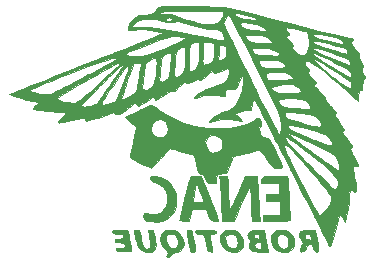
<source format=gbr>
%TF.GenerationSoftware,KiCad,Pcbnew,7.0.9-7.0.9~ubuntu22.04.1*%
%TF.CreationDate,2023-12-07T20:45:01+01:00*%
%TF.ProjectId,Carte_Base_roulante_2024,43617274-655f-4426-9173-655f726f756c,rev?*%
%TF.SameCoordinates,Original*%
%TF.FileFunction,Legend,Bot*%
%TF.FilePolarity,Positive*%
%FSLAX46Y46*%
G04 Gerber Fmt 4.6, Leading zero omitted, Abs format (unit mm)*
G04 Created by KiCad (PCBNEW 7.0.9-7.0.9~ubuntu22.04.1) date 2023-12-07 20:45:01*
%MOMM*%
%LPD*%
G01*
G04 APERTURE LIST*
%ADD10C,0.010000*%
%ADD11C,5.000000*%
%ADD12R,3.000000X3.000000*%
%ADD13C,3.000000*%
%ADD14R,1.700000X1.700000*%
%ADD15O,1.700000X1.700000*%
%ADD16C,0.600000*%
%ADD17O,1.000000X2.100000*%
%ADD18O,1.000000X1.800000*%
%ADD19C,3.200000*%
%ADD20R,2.300000X1.500000*%
%ADD21O,2.300000X1.500000*%
G04 APERTURE END LIST*
%TO.C,G\u002A\u002A\u002A*%
D10*
X121282964Y-108417655D02*
X121379644Y-108572500D01*
X121410402Y-108708217D01*
X121483158Y-109048619D01*
X121554981Y-109405909D01*
X121617120Y-109734496D01*
X121660821Y-109988791D01*
X121677333Y-110123202D01*
X121633262Y-110202349D01*
X121465666Y-110244667D01*
X121326678Y-110236500D01*
X121254000Y-110211653D01*
X121247178Y-110169240D01*
X121212900Y-109990402D01*
X121156281Y-109706833D01*
X121084666Y-109355667D01*
X121064821Y-109259346D01*
X120986447Y-108874800D01*
X120941901Y-108622852D01*
X120932353Y-108475551D01*
X120958972Y-108404943D01*
X121022927Y-108383077D01*
X121125387Y-108382000D01*
X121282964Y-108417655D01*
G36*
X121282964Y-108417655D02*
G01*
X121379644Y-108572500D01*
X121410402Y-108708217D01*
X121483158Y-109048619D01*
X121554981Y-109405909D01*
X121617120Y-109734496D01*
X121660821Y-109988791D01*
X121677333Y-110123202D01*
X121633262Y-110202349D01*
X121465666Y-110244667D01*
X121326678Y-110236500D01*
X121254000Y-110211653D01*
X121247178Y-110169240D01*
X121212900Y-109990402D01*
X121156281Y-109706833D01*
X121084666Y-109355667D01*
X121064821Y-109259346D01*
X120986447Y-108874800D01*
X120941901Y-108622852D01*
X120932353Y-108475551D01*
X120958972Y-108404943D01*
X121022927Y-108383077D01*
X121125387Y-108382000D01*
X121282964Y-108417655D01*
G37*
X129495213Y-104085167D02*
X129507773Y-104190108D01*
X129528875Y-104462015D01*
X129551573Y-104844197D01*
X129573861Y-105301723D01*
X129593730Y-105799667D01*
X129607383Y-106156148D01*
X129627993Y-106614500D01*
X129648901Y-107001199D01*
X129668298Y-107283710D01*
X129684374Y-107429500D01*
X129690411Y-107459664D01*
X129693261Y-107527092D01*
X129655120Y-107572338D01*
X129550320Y-107599828D01*
X129353192Y-107613984D01*
X129038068Y-107619233D01*
X128579280Y-107620000D01*
X127434666Y-107620000D01*
X127434666Y-107112000D01*
X128874000Y-107112000D01*
X128874000Y-105926667D01*
X127688666Y-105926667D01*
X127688666Y-105334000D01*
X128789333Y-105334000D01*
X128789333Y-104402667D01*
X127265333Y-104402667D01*
X127265333Y-104159744D01*
X127283475Y-104002387D01*
X127373016Y-103914936D01*
X127582833Y-103864343D01*
X127647240Y-103855505D01*
X127922854Y-103833040D01*
X128285475Y-103817186D01*
X128674077Y-103810932D01*
X129447821Y-103810000D01*
X129495213Y-104085167D01*
G36*
X129495213Y-104085167D02*
G01*
X129507773Y-104190108D01*
X129528875Y-104462015D01*
X129551573Y-104844197D01*
X129573861Y-105301723D01*
X129593730Y-105799667D01*
X129607383Y-106156148D01*
X129627993Y-106614500D01*
X129648901Y-107001199D01*
X129668298Y-107283710D01*
X129684374Y-107429500D01*
X129690411Y-107459664D01*
X129693261Y-107527092D01*
X129655120Y-107572338D01*
X129550320Y-107599828D01*
X129353192Y-107613984D01*
X129038068Y-107619233D01*
X128579280Y-107620000D01*
X127434666Y-107620000D01*
X127434666Y-107112000D01*
X128874000Y-107112000D01*
X128874000Y-105926667D01*
X127688666Y-105926667D01*
X127688666Y-105334000D01*
X128789333Y-105334000D01*
X128789333Y-104402667D01*
X127265333Y-104402667D01*
X127265333Y-104159744D01*
X127283475Y-104002387D01*
X127373016Y-103914936D01*
X127582833Y-103864343D01*
X127647240Y-103855505D01*
X127922854Y-103833040D01*
X128285475Y-103817186D01*
X128674077Y-103810932D01*
X129447821Y-103810000D01*
X129495213Y-104085167D01*
G37*
X130062196Y-109448666D02*
X130031437Y-109749629D01*
X129883929Y-110012592D01*
X129608167Y-110208748D01*
X129498432Y-110250826D01*
X129106385Y-110299168D01*
X128735627Y-110203086D01*
X128416193Y-109981347D01*
X128178120Y-109652722D01*
X128061526Y-109269150D01*
X128550028Y-109269150D01*
X128620496Y-109553086D01*
X128748899Y-109795908D01*
X128920126Y-109938073D01*
X129132839Y-109992808D01*
X129363820Y-109949624D01*
X129504076Y-109764141D01*
X129551333Y-109438158D01*
X129550981Y-109402850D01*
X129502638Y-109114291D01*
X129355376Y-108904758D01*
X129333655Y-108885273D01*
X129091271Y-108752588D01*
X128837949Y-108729166D01*
X128636933Y-108822267D01*
X128552609Y-109003644D01*
X128550028Y-109269150D01*
X128061526Y-109269150D01*
X128051443Y-109235979D01*
X128038556Y-109005780D01*
X128098840Y-108831387D01*
X128264221Y-108640087D01*
X128377015Y-108536525D01*
X128597324Y-108414002D01*
X128878660Y-108382000D01*
X129247808Y-108440927D01*
X129569012Y-108605833D01*
X129819480Y-108847961D01*
X129987709Y-109138508D01*
X130059673Y-109438158D01*
X130062196Y-109448666D01*
G36*
X130062196Y-109448666D02*
G01*
X130031437Y-109749629D01*
X129883929Y-110012592D01*
X129608167Y-110208748D01*
X129498432Y-110250826D01*
X129106385Y-110299168D01*
X128735627Y-110203086D01*
X128416193Y-109981347D01*
X128178120Y-109652722D01*
X128061526Y-109269150D01*
X128550028Y-109269150D01*
X128620496Y-109553086D01*
X128748899Y-109795908D01*
X128920126Y-109938073D01*
X129132839Y-109992808D01*
X129363820Y-109949624D01*
X129504076Y-109764141D01*
X129551333Y-109438158D01*
X129550981Y-109402850D01*
X129502638Y-109114291D01*
X129355376Y-108904758D01*
X129333655Y-108885273D01*
X129091271Y-108752588D01*
X128837949Y-108729166D01*
X128636933Y-108822267D01*
X128552609Y-109003644D01*
X128550028Y-109269150D01*
X128061526Y-109269150D01*
X128051443Y-109235979D01*
X128038556Y-109005780D01*
X128098840Y-108831387D01*
X128264221Y-108640087D01*
X128377015Y-108536525D01*
X128597324Y-108414002D01*
X128878660Y-108382000D01*
X129247808Y-108440927D01*
X129569012Y-108605833D01*
X129819480Y-108847961D01*
X129987709Y-109138508D01*
X130059673Y-109438158D01*
X130062196Y-109448666D01*
G37*
X118688747Y-103882855D02*
X119130545Y-104100626D01*
X119510050Y-104439584D01*
X119806649Y-104875818D01*
X119999726Y-105385416D01*
X120068666Y-105944468D01*
X120027456Y-106366364D01*
X119848241Y-106858025D01*
X119534646Y-107255348D01*
X119095000Y-107544643D01*
X118813929Y-107635906D01*
X118376887Y-107695500D01*
X117925772Y-107688598D01*
X117541301Y-107611717D01*
X117395993Y-107549374D01*
X117297069Y-107433657D01*
X117274666Y-107220843D01*
X117284957Y-107031824D01*
X117337976Y-106959289D01*
X117465166Y-106977293D01*
X117790662Y-107054332D01*
X118281780Y-107088003D01*
X118670505Y-106989891D01*
X118961168Y-106758500D01*
X119158096Y-106392333D01*
X119244584Y-106053380D01*
X119259261Y-105567941D01*
X119148934Y-105128180D01*
X118926136Y-104760648D01*
X118603402Y-104491896D01*
X118193265Y-104348476D01*
X118191171Y-104348141D01*
X117979009Y-104299141D01*
X117887189Y-104215431D01*
X117867333Y-104053179D01*
X117868487Y-103984238D01*
X117897641Y-103866329D01*
X118001946Y-103818805D01*
X118228420Y-103810000D01*
X118688747Y-103882855D01*
G36*
X118688747Y-103882855D02*
G01*
X119130545Y-104100626D01*
X119510050Y-104439584D01*
X119806649Y-104875818D01*
X119999726Y-105385416D01*
X120068666Y-105944468D01*
X120027456Y-106366364D01*
X119848241Y-106858025D01*
X119534646Y-107255348D01*
X119095000Y-107544643D01*
X118813929Y-107635906D01*
X118376887Y-107695500D01*
X117925772Y-107688598D01*
X117541301Y-107611717D01*
X117395993Y-107549374D01*
X117297069Y-107433657D01*
X117274666Y-107220843D01*
X117284957Y-107031824D01*
X117337976Y-106959289D01*
X117465166Y-106977293D01*
X117790662Y-107054332D01*
X118281780Y-107088003D01*
X118670505Y-106989891D01*
X118961168Y-106758500D01*
X119158096Y-106392333D01*
X119244584Y-106053380D01*
X119259261Y-105567941D01*
X119148934Y-105128180D01*
X118926136Y-104760648D01*
X118603402Y-104491896D01*
X118193265Y-104348476D01*
X118191171Y-104348141D01*
X117979009Y-104299141D01*
X117887189Y-104215431D01*
X117867333Y-104053179D01*
X117868487Y-103984238D01*
X117897641Y-103866329D01*
X118001946Y-103818805D01*
X118228420Y-103810000D01*
X118688747Y-103882855D01*
G37*
X125743724Y-109540419D02*
X125669640Y-109863964D01*
X125482284Y-110119691D01*
X125191000Y-110271281D01*
X125174898Y-110275144D01*
X124872913Y-110287813D01*
X124532851Y-110225206D01*
X124251446Y-110104495D01*
X124234147Y-110092634D01*
X124029675Y-109875402D01*
X123861306Y-109572587D01*
X123758616Y-109250855D01*
X123754666Y-109105290D01*
X124215920Y-109105290D01*
X124248687Y-109388239D01*
X124363744Y-109666302D01*
X124548663Y-109882140D01*
X124718574Y-109965618D01*
X124961638Y-109970854D01*
X125154868Y-109856195D01*
X125210697Y-109756086D01*
X125254524Y-109492512D01*
X125220750Y-109192869D01*
X125112700Y-108930168D01*
X125012594Y-108827969D01*
X124778968Y-108728916D01*
X124523162Y-108723673D01*
X124318933Y-108822267D01*
X124277870Y-108874792D01*
X124215920Y-109105290D01*
X123754666Y-109105290D01*
X123751182Y-108976871D01*
X123765723Y-108921296D01*
X123934037Y-108636288D01*
X124218810Y-108449505D01*
X124588585Y-108383248D01*
X124940486Y-108422408D01*
X125275307Y-108581669D01*
X125548292Y-108882587D01*
X125695191Y-109185376D01*
X125737176Y-109492512D01*
X125743724Y-109540419D01*
G36*
X125743724Y-109540419D02*
G01*
X125669640Y-109863964D01*
X125482284Y-110119691D01*
X125191000Y-110271281D01*
X125174898Y-110275144D01*
X124872913Y-110287813D01*
X124532851Y-110225206D01*
X124251446Y-110104495D01*
X124234147Y-110092634D01*
X124029675Y-109875402D01*
X123861306Y-109572587D01*
X123758616Y-109250855D01*
X123754666Y-109105290D01*
X124215920Y-109105290D01*
X124248687Y-109388239D01*
X124363744Y-109666302D01*
X124548663Y-109882140D01*
X124718574Y-109965618D01*
X124961638Y-109970854D01*
X125154868Y-109856195D01*
X125210697Y-109756086D01*
X125254524Y-109492512D01*
X125220750Y-109192869D01*
X125112700Y-108930168D01*
X125012594Y-108827969D01*
X124778968Y-108728916D01*
X124523162Y-108723673D01*
X124318933Y-108822267D01*
X124277870Y-108874792D01*
X124215920Y-109105290D01*
X123754666Y-109105290D01*
X123751182Y-108976871D01*
X123765723Y-108921296D01*
X123934037Y-108636288D01*
X124218810Y-108449505D01*
X124588585Y-108383248D01*
X124940486Y-108422408D01*
X125275307Y-108581669D01*
X125548292Y-108882587D01*
X125695191Y-109185376D01*
X125737176Y-109492512D01*
X125743724Y-109540419D01*
G37*
X122544174Y-108400205D02*
X122837820Y-108410015D01*
X123134732Y-108428712D01*
X123313771Y-108458138D01*
X123405224Y-108504125D01*
X123439382Y-108572500D01*
X123441481Y-108640977D01*
X123367998Y-108704166D01*
X123165208Y-108720667D01*
X123052256Y-108720481D01*
X122942811Y-108734351D01*
X122888409Y-108792445D01*
X122882469Y-108925429D01*
X122918410Y-109163966D01*
X122989652Y-109538719D01*
X123006556Y-109627293D01*
X123062621Y-109924933D01*
X123101867Y-110139389D01*
X123116652Y-110229124D01*
X123054202Y-110240157D01*
X122887186Y-110229124D01*
X122881578Y-110228458D01*
X122757063Y-110198108D01*
X122675515Y-110118059D01*
X122613993Y-109949095D01*
X122549555Y-109652000D01*
X122535012Y-109577816D01*
X122459823Y-109197818D01*
X122401715Y-108950465D01*
X122344404Y-108807415D01*
X122271603Y-108740327D01*
X122167026Y-108720858D01*
X122014387Y-108720667D01*
X121817471Y-108710822D01*
X121704896Y-108661099D01*
X121677333Y-108548371D01*
X121677735Y-108525386D01*
X121694901Y-108456013D01*
X121759746Y-108414002D01*
X121902653Y-108394158D01*
X122154001Y-108391290D01*
X122544174Y-108400205D01*
G36*
X122544174Y-108400205D02*
G01*
X122837820Y-108410015D01*
X123134732Y-108428712D01*
X123313771Y-108458138D01*
X123405224Y-108504125D01*
X123439382Y-108572500D01*
X123441481Y-108640977D01*
X123367998Y-108704166D01*
X123165208Y-108720667D01*
X123052256Y-108720481D01*
X122942811Y-108734351D01*
X122888409Y-108792445D01*
X122882469Y-108925429D01*
X122918410Y-109163966D01*
X122989652Y-109538719D01*
X123006556Y-109627293D01*
X123062621Y-109924933D01*
X123101867Y-110139389D01*
X123116652Y-110229124D01*
X123054202Y-110240157D01*
X122887186Y-110229124D01*
X122881578Y-110228458D01*
X122757063Y-110198108D01*
X122675515Y-110118059D01*
X122613993Y-109949095D01*
X122549555Y-109652000D01*
X122535012Y-109577816D01*
X122459823Y-109197818D01*
X122401715Y-108950465D01*
X122344404Y-108807415D01*
X122271603Y-108740327D01*
X122167026Y-108720858D01*
X122014387Y-108720667D01*
X121817471Y-108710822D01*
X121704896Y-108661099D01*
X121677333Y-108548371D01*
X121677735Y-108525386D01*
X121694901Y-108456013D01*
X121759746Y-108414002D01*
X121902653Y-108394158D01*
X122154001Y-108391290D01*
X122544174Y-108400205D01*
G37*
X116862504Y-108388032D02*
X116936014Y-108403167D01*
X116938033Y-108440573D01*
X116968141Y-108639838D01*
X117025175Y-108921515D01*
X117097321Y-109235869D01*
X117172764Y-109533168D01*
X117239691Y-109763679D01*
X117286288Y-109877669D01*
X117347777Y-109929778D01*
X117532185Y-109985437D01*
X117721210Y-109962985D01*
X117836463Y-109864324D01*
X117845071Y-109805587D01*
X117837326Y-109599209D01*
X117805616Y-109311767D01*
X117757699Y-108997942D01*
X117701334Y-108712411D01*
X117644279Y-108509854D01*
X117635589Y-108481731D01*
X117670770Y-108404004D01*
X117843547Y-108382000D01*
X117955694Y-108387349D01*
X118041126Y-108425910D01*
X118102371Y-108531006D01*
X118157832Y-108735948D01*
X118225916Y-109074046D01*
X118258103Y-109250827D01*
X118305595Y-109657241D01*
X118284275Y-109941244D01*
X118189525Y-110128684D01*
X118016731Y-110245410D01*
X117877780Y-110284565D01*
X117544566Y-110286832D01*
X117207504Y-110199956D01*
X116948108Y-110039633D01*
X116948088Y-110039613D01*
X116818093Y-109851986D01*
X116705450Y-109552263D01*
X116599414Y-109111851D01*
X116450278Y-108382000D01*
X116693139Y-108382000D01*
X116862504Y-108388032D01*
G36*
X116862504Y-108388032D02*
G01*
X116936014Y-108403167D01*
X116938033Y-108440573D01*
X116968141Y-108639838D01*
X117025175Y-108921515D01*
X117097321Y-109235869D01*
X117172764Y-109533168D01*
X117239691Y-109763679D01*
X117286288Y-109877669D01*
X117347777Y-109929778D01*
X117532185Y-109985437D01*
X117721210Y-109962985D01*
X117836463Y-109864324D01*
X117845071Y-109805587D01*
X117837326Y-109599209D01*
X117805616Y-109311767D01*
X117757699Y-108997942D01*
X117701334Y-108712411D01*
X117644279Y-108509854D01*
X117635589Y-108481731D01*
X117670770Y-108404004D01*
X117843547Y-108382000D01*
X117955694Y-108387349D01*
X118041126Y-108425910D01*
X118102371Y-108531006D01*
X118157832Y-108735948D01*
X118225916Y-109074046D01*
X118258103Y-109250827D01*
X118305595Y-109657241D01*
X118284275Y-109941244D01*
X118189525Y-110128684D01*
X118016731Y-110245410D01*
X117877780Y-110284565D01*
X117544566Y-110286832D01*
X117207504Y-110199956D01*
X116948108Y-110039633D01*
X116948088Y-110039613D01*
X116818093Y-109851986D01*
X116705450Y-109552263D01*
X116599414Y-109111851D01*
X116450278Y-108382000D01*
X116693139Y-108382000D01*
X116862504Y-108388032D01*
G37*
X120665930Y-109595763D02*
X120563371Y-109912275D01*
X120337320Y-110156322D01*
X119998089Y-110296882D01*
X119993481Y-110297823D01*
X119777659Y-110383237D01*
X119639347Y-110509851D01*
X119543809Y-110607630D01*
X119341220Y-110668000D01*
X119225596Y-110663614D01*
X119176449Y-110619140D01*
X119253984Y-110487749D01*
X119291594Y-110430903D01*
X119325208Y-110324004D01*
X119267119Y-110212016D01*
X119099003Y-110042259D01*
X118959312Y-109892613D01*
X118754004Y-109549532D01*
X118684020Y-109236832D01*
X119162640Y-109236832D01*
X119235290Y-109544786D01*
X119395685Y-109806499D01*
X119442241Y-109852008D01*
X119682194Y-109977272D01*
X119921541Y-109952622D01*
X120118381Y-109779617D01*
X120196544Y-109593051D01*
X120184036Y-109270879D01*
X120018648Y-108911167D01*
X119845702Y-108765772D01*
X119609067Y-108712245D01*
X119377614Y-108756290D01*
X119217229Y-108898915D01*
X119192193Y-108956169D01*
X119162640Y-109236832D01*
X118684020Y-109236832D01*
X118676866Y-109204869D01*
X118720827Y-108887266D01*
X118878814Y-108625366D01*
X119143757Y-108447813D01*
X119508585Y-108383248D01*
X119860486Y-108422408D01*
X120195307Y-108581669D01*
X120468292Y-108882587D01*
X120634681Y-109237806D01*
X120665694Y-109593051D01*
X120665930Y-109595763D01*
G36*
X120665930Y-109595763D02*
G01*
X120563371Y-109912275D01*
X120337320Y-110156322D01*
X119998089Y-110296882D01*
X119993481Y-110297823D01*
X119777659Y-110383237D01*
X119639347Y-110509851D01*
X119543809Y-110607630D01*
X119341220Y-110668000D01*
X119225596Y-110663614D01*
X119176449Y-110619140D01*
X119253984Y-110487749D01*
X119291594Y-110430903D01*
X119325208Y-110324004D01*
X119267119Y-110212016D01*
X119099003Y-110042259D01*
X118959312Y-109892613D01*
X118754004Y-109549532D01*
X118684020Y-109236832D01*
X119162640Y-109236832D01*
X119235290Y-109544786D01*
X119395685Y-109806499D01*
X119442241Y-109852008D01*
X119682194Y-109977272D01*
X119921541Y-109952622D01*
X120118381Y-109779617D01*
X120196544Y-109593051D01*
X120184036Y-109270879D01*
X120018648Y-108911167D01*
X119845702Y-108765772D01*
X119609067Y-108712245D01*
X119377614Y-108756290D01*
X119217229Y-108898915D01*
X119192193Y-108956169D01*
X119162640Y-109236832D01*
X118684020Y-109236832D01*
X118676866Y-109204869D01*
X118720827Y-108887266D01*
X118878814Y-108625366D01*
X119143757Y-108447813D01*
X119508585Y-108383248D01*
X119860486Y-108422408D01*
X120195307Y-108581669D01*
X120468292Y-108882587D01*
X120634681Y-109237806D01*
X120665694Y-109593051D01*
X120665930Y-109595763D01*
G37*
X127732429Y-109741663D02*
X127826938Y-110244667D01*
X127218887Y-110244667D01*
X127064837Y-110243209D01*
X126759735Y-110222284D01*
X126551295Y-110167920D01*
X126387751Y-110069188D01*
X126238108Y-109912065D01*
X126176514Y-109687159D01*
X126637122Y-109687159D01*
X126724645Y-109861216D01*
X126843699Y-109938880D01*
X127059714Y-109990667D01*
X127140415Y-109985731D01*
X127241071Y-109921266D01*
X127265333Y-109741663D01*
X127235137Y-109531988D01*
X127115300Y-109418703D01*
X126888860Y-109431632D01*
X126701816Y-109529385D01*
X126637122Y-109687159D01*
X126176514Y-109687159D01*
X126171534Y-109668976D01*
X126270500Y-109392154D01*
X126296617Y-109347380D01*
X126326686Y-109223530D01*
X126228166Y-109135096D01*
X126137046Y-109040190D01*
X126098697Y-108911167D01*
X126603278Y-108911167D01*
X126671716Y-109058303D01*
X126863166Y-109128457D01*
X126963300Y-109135472D01*
X127071597Y-109092773D01*
X127096000Y-108937957D01*
X127088662Y-108834542D01*
X127020036Y-108741934D01*
X126836111Y-108720667D01*
X126713243Y-108726244D01*
X126609962Y-108776966D01*
X126603278Y-108911167D01*
X126098697Y-108911167D01*
X126080000Y-108848260D01*
X126095195Y-108735452D01*
X126237745Y-108539720D01*
X126528847Y-108421615D01*
X126966672Y-108382100D01*
X127477000Y-108382201D01*
X127581421Y-108937957D01*
X127732429Y-109741663D01*
G36*
X127732429Y-109741663D02*
G01*
X127826938Y-110244667D01*
X127218887Y-110244667D01*
X127064837Y-110243209D01*
X126759735Y-110222284D01*
X126551295Y-110167920D01*
X126387751Y-110069188D01*
X126238108Y-109912065D01*
X126176514Y-109687159D01*
X126637122Y-109687159D01*
X126724645Y-109861216D01*
X126843699Y-109938880D01*
X127059714Y-109990667D01*
X127140415Y-109985731D01*
X127241071Y-109921266D01*
X127265333Y-109741663D01*
X127235137Y-109531988D01*
X127115300Y-109418703D01*
X126888860Y-109431632D01*
X126701816Y-109529385D01*
X126637122Y-109687159D01*
X126176514Y-109687159D01*
X126171534Y-109668976D01*
X126270500Y-109392154D01*
X126296617Y-109347380D01*
X126326686Y-109223530D01*
X126228166Y-109135096D01*
X126137046Y-109040190D01*
X126098697Y-108911167D01*
X126603278Y-108911167D01*
X126671716Y-109058303D01*
X126863166Y-109128457D01*
X126963300Y-109135472D01*
X127071597Y-109092773D01*
X127096000Y-108937957D01*
X127088662Y-108834542D01*
X127020036Y-108741934D01*
X126836111Y-108720667D01*
X126713243Y-108726244D01*
X126609962Y-108776966D01*
X126603278Y-108911167D01*
X126098697Y-108911167D01*
X126080000Y-108848260D01*
X126095195Y-108735452D01*
X126237745Y-108539720D01*
X126528847Y-108421615D01*
X126966672Y-108382100D01*
X127477000Y-108382201D01*
X127581421Y-108937957D01*
X127732429Y-109741663D01*
G37*
X131958442Y-109260095D02*
X132023027Y-109603549D01*
X132068939Y-109885575D01*
X132087461Y-110054167D01*
X132087586Y-110064238D01*
X132044882Y-110206187D01*
X131887109Y-110244667D01*
X131760082Y-110223752D01*
X131678260Y-110124416D01*
X131624851Y-109901173D01*
X131619008Y-109867245D01*
X131569098Y-109666221D01*
X131491586Y-109585986D01*
X131349264Y-109583673D01*
X131298483Y-109592388D01*
X131141814Y-109686171D01*
X131033000Y-109906000D01*
X130997428Y-110001303D01*
X130881713Y-110167231D01*
X130700751Y-110229869D01*
X130581485Y-110238694D01*
X130503268Y-110199172D01*
X130525918Y-110060536D01*
X130593170Y-109871152D01*
X130697368Y-109629071D01*
X130758532Y-109472993D01*
X130737775Y-109343924D01*
X130604056Y-109188420D01*
X130444139Y-108989118D01*
X130438035Y-108953500D01*
X130921543Y-108953500D01*
X130944083Y-109068038D01*
X131032963Y-109171744D01*
X131234944Y-109213718D01*
X131379154Y-109222004D01*
X131476522Y-109193463D01*
X131467778Y-109100960D01*
X131443619Y-109025122D01*
X131414000Y-108840742D01*
X131356127Y-108756107D01*
X131154376Y-108720667D01*
X131008677Y-108728912D01*
X130922197Y-108790503D01*
X130921543Y-108953500D01*
X130438035Y-108953500D01*
X130411627Y-108799411D01*
X130518170Y-108588682D01*
X130563270Y-108536858D01*
X130684937Y-108467332D01*
X130886465Y-108433330D01*
X131212279Y-108424333D01*
X131786216Y-108424333D01*
X131934902Y-109144000D01*
X131944932Y-109193463D01*
X131958442Y-109260095D01*
G36*
X131958442Y-109260095D02*
G01*
X132023027Y-109603549D01*
X132068939Y-109885575D01*
X132087461Y-110054167D01*
X132087586Y-110064238D01*
X132044882Y-110206187D01*
X131887109Y-110244667D01*
X131760082Y-110223752D01*
X131678260Y-110124416D01*
X131624851Y-109901173D01*
X131619008Y-109867245D01*
X131569098Y-109666221D01*
X131491586Y-109585986D01*
X131349264Y-109583673D01*
X131298483Y-109592388D01*
X131141814Y-109686171D01*
X131033000Y-109906000D01*
X130997428Y-110001303D01*
X130881713Y-110167231D01*
X130700751Y-110229869D01*
X130581485Y-110238694D01*
X130503268Y-110199172D01*
X130525918Y-110060536D01*
X130593170Y-109871152D01*
X130697368Y-109629071D01*
X130758532Y-109472993D01*
X130737775Y-109343924D01*
X130604056Y-109188420D01*
X130444139Y-108989118D01*
X130438035Y-108953500D01*
X130921543Y-108953500D01*
X130944083Y-109068038D01*
X131032963Y-109171744D01*
X131234944Y-109213718D01*
X131379154Y-109222004D01*
X131476522Y-109193463D01*
X131467778Y-109100960D01*
X131443619Y-109025122D01*
X131414000Y-108840742D01*
X131356127Y-108756107D01*
X131154376Y-108720667D01*
X131008677Y-108728912D01*
X130922197Y-108790503D01*
X130921543Y-108953500D01*
X130438035Y-108953500D01*
X130411627Y-108799411D01*
X130518170Y-108588682D01*
X130563270Y-108536858D01*
X130684937Y-108467332D01*
X130886465Y-108433330D01*
X131212279Y-108424333D01*
X131786216Y-108424333D01*
X131934902Y-109144000D01*
X131944932Y-109193463D01*
X131958442Y-109260095D01*
G37*
X115568974Y-108386292D02*
X115787056Y-108407046D01*
X115902791Y-108452347D01*
X115952388Y-108530167D01*
X115975550Y-108624012D01*
X116024777Y-108857159D01*
X116085118Y-109164294D01*
X116147624Y-109497427D01*
X116203349Y-109808568D01*
X116243346Y-110049727D01*
X116258666Y-110172914D01*
X116255165Y-110181125D01*
X116147275Y-110213131D01*
X115917121Y-110229510D01*
X115603418Y-110227061D01*
X115289766Y-110210340D01*
X115073564Y-110180956D01*
X114961650Y-110131777D01*
X114919877Y-110054167D01*
X114915794Y-110024801D01*
X114943588Y-109949711D01*
X115066391Y-109914655D01*
X115321125Y-109906000D01*
X115429426Y-109904099D01*
X115670316Y-109872095D01*
X115749370Y-109800167D01*
X115703999Y-109630943D01*
X115542824Y-109519128D01*
X115242006Y-109467334D01*
X115094006Y-109451968D01*
X114906518Y-109395434D01*
X114835022Y-109292167D01*
X114833696Y-109284747D01*
X114848109Y-109196178D01*
X114955677Y-109154450D01*
X115194125Y-109144000D01*
X115307070Y-109143039D01*
X115489475Y-109124198D01*
X115565878Y-109062173D01*
X115581333Y-108932333D01*
X115573704Y-108826623D01*
X115521230Y-108755201D01*
X115382364Y-108726161D01*
X115115666Y-108720667D01*
X114952298Y-108718860D01*
X114757601Y-108700169D01*
X114670212Y-108649191D01*
X114650000Y-108551333D01*
X114650844Y-108522962D01*
X114677394Y-108447069D01*
X114767495Y-108404598D01*
X114956383Y-108386069D01*
X115279294Y-108382000D01*
X115568974Y-108386292D01*
G36*
X115568974Y-108386292D02*
G01*
X115787056Y-108407046D01*
X115902791Y-108452347D01*
X115952388Y-108530167D01*
X115975550Y-108624012D01*
X116024777Y-108857159D01*
X116085118Y-109164294D01*
X116147624Y-109497427D01*
X116203349Y-109808568D01*
X116243346Y-110049727D01*
X116258666Y-110172914D01*
X116255165Y-110181125D01*
X116147275Y-110213131D01*
X115917121Y-110229510D01*
X115603418Y-110227061D01*
X115289766Y-110210340D01*
X115073564Y-110180956D01*
X114961650Y-110131777D01*
X114919877Y-110054167D01*
X114915794Y-110024801D01*
X114943588Y-109949711D01*
X115066391Y-109914655D01*
X115321125Y-109906000D01*
X115429426Y-109904099D01*
X115670316Y-109872095D01*
X115749370Y-109800167D01*
X115703999Y-109630943D01*
X115542824Y-109519128D01*
X115242006Y-109467334D01*
X115094006Y-109451968D01*
X114906518Y-109395434D01*
X114835022Y-109292167D01*
X114833696Y-109284747D01*
X114848109Y-109196178D01*
X114955677Y-109154450D01*
X115194125Y-109144000D01*
X115307070Y-109143039D01*
X115489475Y-109124198D01*
X115565878Y-109062173D01*
X115581333Y-108932333D01*
X115573704Y-108826623D01*
X115521230Y-108755201D01*
X115382364Y-108726161D01*
X115115666Y-108720667D01*
X114952298Y-108718860D01*
X114757601Y-108700169D01*
X114670212Y-108649191D01*
X114650000Y-108551333D01*
X114650844Y-108522962D01*
X114677394Y-108447069D01*
X114767495Y-108404598D01*
X114956383Y-108386069D01*
X115279294Y-108382000D01*
X115568974Y-108386292D01*
G37*
X126959539Y-105012746D02*
X126961907Y-105064534D01*
X126986971Y-105579034D01*
X127014603Y-106097577D01*
X127041608Y-106562421D01*
X127064793Y-106915820D01*
X127115082Y-107608640D01*
X126788041Y-107635487D01*
X126461000Y-107662333D01*
X126406977Y-106900333D01*
X126403442Y-106849313D01*
X126376380Y-106381489D01*
X126354934Y-105883162D01*
X126343477Y-105453944D01*
X126341677Y-105360746D01*
X126327716Y-105049554D01*
X126305147Y-104819009D01*
X126277898Y-104713453D01*
X126275876Y-104712136D01*
X126218655Y-104774383D01*
X126112291Y-104963165D01*
X125971249Y-105250775D01*
X125809997Y-105609509D01*
X125659472Y-105957190D01*
X125469099Y-106396049D01*
X125297000Y-106791916D01*
X125167599Y-107088557D01*
X124937000Y-107615447D01*
X124418653Y-107617724D01*
X123900306Y-107620000D01*
X123844197Y-106159500D01*
X123830179Y-105816418D01*
X123806587Y-105310358D01*
X123782065Y-104855013D01*
X123758793Y-104489890D01*
X123738955Y-104254500D01*
X123689822Y-103810000D01*
X124362544Y-103810000D01*
X124416939Y-104330420D01*
X124428023Y-104454099D01*
X124450465Y-104828240D01*
X124466296Y-105269395D01*
X124472630Y-105706253D01*
X124475595Y-105950207D01*
X124489155Y-106288012D01*
X124511090Y-106539557D01*
X124538540Y-106663314D01*
X124576686Y-106646541D01*
X124676774Y-106495981D01*
X124827649Y-106213503D01*
X125021951Y-105813070D01*
X125252324Y-105308648D01*
X125901494Y-103852333D01*
X126904574Y-103802493D01*
X126959539Y-105012746D01*
G36*
X126959539Y-105012746D02*
G01*
X126961907Y-105064534D01*
X126986971Y-105579034D01*
X127014603Y-106097577D01*
X127041608Y-106562421D01*
X127064793Y-106915820D01*
X127115082Y-107608640D01*
X126788041Y-107635487D01*
X126461000Y-107662333D01*
X126406977Y-106900333D01*
X126403442Y-106849313D01*
X126376380Y-106381489D01*
X126354934Y-105883162D01*
X126343477Y-105453944D01*
X126341677Y-105360746D01*
X126327716Y-105049554D01*
X126305147Y-104819009D01*
X126277898Y-104713453D01*
X126275876Y-104712136D01*
X126218655Y-104774383D01*
X126112291Y-104963165D01*
X125971249Y-105250775D01*
X125809997Y-105609509D01*
X125659472Y-105957190D01*
X125469099Y-106396049D01*
X125297000Y-106791916D01*
X125167599Y-107088557D01*
X124937000Y-107615447D01*
X124418653Y-107617724D01*
X123900306Y-107620000D01*
X123844197Y-106159500D01*
X123830179Y-105816418D01*
X123806587Y-105310358D01*
X123782065Y-104855013D01*
X123758793Y-104489890D01*
X123738955Y-104254500D01*
X123689822Y-103810000D01*
X124362544Y-103810000D01*
X124416939Y-104330420D01*
X124428023Y-104454099D01*
X124450465Y-104828240D01*
X124466296Y-105269395D01*
X124472630Y-105706253D01*
X124475595Y-105950207D01*
X124489155Y-106288012D01*
X124511090Y-106539557D01*
X124538540Y-106663314D01*
X124576686Y-106646541D01*
X124676774Y-106495981D01*
X124827649Y-106213503D01*
X125021951Y-105813070D01*
X125252324Y-105308648D01*
X125901494Y-103852333D01*
X126904574Y-103802493D01*
X126959539Y-105012746D01*
G37*
X123015308Y-106057521D02*
X123211398Y-106551262D01*
X123379099Y-106977287D01*
X123509689Y-107313258D01*
X123594443Y-107536839D01*
X123624639Y-107625692D01*
X123611997Y-107636657D01*
X123486117Y-107644957D01*
X123268907Y-107625692D01*
X123067313Y-107589167D01*
X122938975Y-107519425D01*
X122843161Y-107374504D01*
X122735869Y-107112000D01*
X122558591Y-106646333D01*
X121977375Y-106620988D01*
X121708653Y-106613037D01*
X121471256Y-106635528D01*
X121334751Y-106723198D01*
X121260362Y-106905974D01*
X121209312Y-107213784D01*
X121153443Y-107620000D01*
X120738055Y-107620000D01*
X120596214Y-107614869D01*
X120399123Y-107583215D01*
X120322666Y-107531523D01*
X120326082Y-107505020D01*
X120361136Y-107337589D01*
X120427931Y-107049621D01*
X120518788Y-106671969D01*
X120626029Y-106235482D01*
X120692552Y-105969000D01*
X121465695Y-105969000D01*
X121473238Y-105984306D01*
X121586695Y-106026042D01*
X121788894Y-106052448D01*
X122018358Y-106060553D01*
X122213611Y-106047385D01*
X122313175Y-106009971D01*
X122314898Y-106001090D01*
X122288769Y-105877352D01*
X122218352Y-105648986D01*
X122119213Y-105359024D01*
X122006916Y-105050495D01*
X121897023Y-104766432D01*
X121805100Y-104549863D01*
X121746709Y-104443820D01*
X121720404Y-104492865D01*
X121675421Y-104668080D01*
X121620951Y-104928604D01*
X121564868Y-105231698D01*
X121515048Y-105534621D01*
X121479366Y-105794635D01*
X121465695Y-105969000D01*
X120692552Y-105969000D01*
X120741976Y-105771012D01*
X120858952Y-105309410D01*
X120969277Y-104881528D01*
X121065275Y-104518216D01*
X121139267Y-104250326D01*
X121268442Y-103801651D01*
X121700335Y-103826992D01*
X122132227Y-103852333D01*
X122878419Y-105715000D01*
X122992756Y-106001090D01*
X123015308Y-106057521D01*
G36*
X123015308Y-106057521D02*
G01*
X123211398Y-106551262D01*
X123379099Y-106977287D01*
X123509689Y-107313258D01*
X123594443Y-107536839D01*
X123624639Y-107625692D01*
X123611997Y-107636657D01*
X123486117Y-107644957D01*
X123268907Y-107625692D01*
X123067313Y-107589167D01*
X122938975Y-107519425D01*
X122843161Y-107374504D01*
X122735869Y-107112000D01*
X122558591Y-106646333D01*
X121977375Y-106620988D01*
X121708653Y-106613037D01*
X121471256Y-106635528D01*
X121334751Y-106723198D01*
X121260362Y-106905974D01*
X121209312Y-107213784D01*
X121153443Y-107620000D01*
X120738055Y-107620000D01*
X120596214Y-107614869D01*
X120399123Y-107583215D01*
X120322666Y-107531523D01*
X120326082Y-107505020D01*
X120361136Y-107337589D01*
X120427931Y-107049621D01*
X120518788Y-106671969D01*
X120626029Y-106235482D01*
X120692552Y-105969000D01*
X121465695Y-105969000D01*
X121473238Y-105984306D01*
X121586695Y-106026042D01*
X121788894Y-106052448D01*
X122018358Y-106060553D01*
X122213611Y-106047385D01*
X122313175Y-106009971D01*
X122314898Y-106001090D01*
X122288769Y-105877352D01*
X122218352Y-105648986D01*
X122119213Y-105359024D01*
X122006916Y-105050495D01*
X121897023Y-104766432D01*
X121805100Y-104549863D01*
X121746709Y-104443820D01*
X121720404Y-104492865D01*
X121675421Y-104668080D01*
X121620951Y-104928604D01*
X121564868Y-105231698D01*
X121515048Y-105534621D01*
X121479366Y-105794635D01*
X121465695Y-105969000D01*
X120692552Y-105969000D01*
X120741976Y-105771012D01*
X120858952Y-105309410D01*
X120969277Y-104881528D01*
X121065275Y-104518216D01*
X121139267Y-104250326D01*
X121268442Y-103801651D01*
X121700335Y-103826992D01*
X122132227Y-103852333D01*
X122878419Y-105715000D01*
X122992756Y-106001090D01*
X123015308Y-106057521D01*
G37*
X127060787Y-99877115D02*
X127108478Y-100168735D01*
X127181032Y-100324431D01*
X127396157Y-100526325D01*
X127712146Y-100592667D01*
X127790811Y-100605961D01*
X127876131Y-100664358D01*
X127974334Y-100789780D01*
X128099608Y-101004059D01*
X128161937Y-101125682D01*
X128266145Y-101329026D01*
X128488133Y-101786512D01*
X128533476Y-101881664D01*
X128747387Y-102349026D01*
X128896970Y-102710694D01*
X128976674Y-102952327D01*
X128980947Y-103059586D01*
X128972632Y-103066898D01*
X128826397Y-103133485D01*
X128604844Y-103186991D01*
X128503930Y-103200912D01*
X128392900Y-103194572D01*
X128287033Y-103139242D01*
X128160144Y-103012929D01*
X127986048Y-102793640D01*
X127738560Y-102459383D01*
X127530797Y-102183450D01*
X127315634Y-101913738D01*
X127149110Y-101722754D01*
X127055939Y-101640156D01*
X127052867Y-101639103D01*
X126913196Y-101642175D01*
X126666168Y-101687366D01*
X126363197Y-101765383D01*
X126056022Y-101850283D01*
X125654216Y-101951705D01*
X125315815Y-102027422D01*
X124847963Y-102120791D01*
X124607695Y-102797010D01*
X124544193Y-102974508D01*
X124424131Y-103280997D01*
X124315402Y-103470064D01*
X124187451Y-103571444D01*
X124009724Y-103614872D01*
X123751666Y-103630083D01*
X123623082Y-103637008D01*
X123505986Y-103674863D01*
X123462021Y-103787290D01*
X123455333Y-104021667D01*
X123455333Y-104402667D01*
X123039002Y-104402667D01*
X122821432Y-104398686D01*
X122666261Y-104360774D01*
X122571360Y-104248565D01*
X122477166Y-104021667D01*
X122389183Y-103820659D01*
X122277631Y-103679596D01*
X122139405Y-103640667D01*
X122064691Y-103631890D01*
X121988537Y-103578811D01*
X121921487Y-103450716D01*
X121848912Y-103217369D01*
X121756185Y-102848534D01*
X121565220Y-102056402D01*
X120626443Y-101787425D01*
X120283398Y-101689064D01*
X119943253Y-101591375D01*
X119689631Y-101518355D01*
X119560666Y-101480970D01*
X119494402Y-101498981D01*
X119320478Y-101637484D01*
X119063033Y-101902975D01*
X118729659Y-102288079D01*
X118698000Y-102325892D01*
X118420973Y-102642622D01*
X118176782Y-102898038D01*
X117989448Y-103068268D01*
X117882993Y-103129442D01*
X117788258Y-103106945D01*
X117572523Y-103022526D01*
X117287656Y-102893269D01*
X116970953Y-102738149D01*
X116659707Y-102576139D01*
X116391214Y-102426210D01*
X116202769Y-102307336D01*
X116131666Y-102238490D01*
X116135518Y-102205560D01*
X116165787Y-102029477D01*
X116221251Y-101733543D01*
X116296026Y-101348803D01*
X116350808Y-101073956D01*
X122524000Y-101073956D01*
X122534641Y-101186608D01*
X122618042Y-101448760D01*
X122754679Y-101679384D01*
X122908793Y-101810073D01*
X123080396Y-101857675D01*
X123416053Y-101846261D01*
X123697649Y-101705490D01*
X123890679Y-101457814D01*
X123960640Y-101125682D01*
X123959622Y-101088197D01*
X123922024Y-100838652D01*
X123847907Y-100659495D01*
X123649689Y-100495966D01*
X123355467Y-100389698D01*
X123067118Y-100390376D01*
X123012555Y-100407988D01*
X122776571Y-100568678D01*
X122596001Y-100812967D01*
X122524000Y-101073956D01*
X116350808Y-101073956D01*
X116384225Y-100906301D01*
X116618906Y-99742275D01*
X117878306Y-99742275D01*
X117912298Y-100050330D01*
X118114820Y-100345179D01*
X118238174Y-100448512D01*
X118537391Y-100573392D01*
X118834933Y-100560268D01*
X119093564Y-100424295D01*
X119276049Y-100180629D01*
X119345151Y-99844425D01*
X119305945Y-99574677D01*
X119153885Y-99296781D01*
X118920360Y-99118727D01*
X118640923Y-99055069D01*
X118351127Y-99120363D01*
X118086526Y-99329163D01*
X118012970Y-99425514D01*
X117878306Y-99742275D01*
X116618906Y-99742275D01*
X116636783Y-99653603D01*
X115708333Y-98827709D01*
X116786736Y-98313188D01*
X116922040Y-98248957D01*
X117302738Y-98071879D01*
X117621389Y-97928949D01*
X117847905Y-97833451D01*
X117952199Y-97798666D01*
X117972368Y-97803592D01*
X118111844Y-97877609D01*
X118336839Y-98021994D01*
X118609463Y-98212871D01*
X119434202Y-98747010D01*
X120487528Y-99256516D01*
X121580884Y-99603736D01*
X122707970Y-99786762D01*
X123862488Y-99803685D01*
X124609599Y-99733843D01*
X125366844Y-99597449D01*
X126008915Y-99405670D01*
X126511598Y-99164348D01*
X126704352Y-99048434D01*
X126899929Y-98940851D01*
X126999950Y-98899333D01*
X127048694Y-98933212D01*
X127127175Y-99079389D01*
X127193396Y-99279182D01*
X127226322Y-99464174D01*
X127204916Y-99565948D01*
X127126105Y-99647067D01*
X127070068Y-99844425D01*
X127060787Y-99877115D01*
G36*
X127060787Y-99877115D02*
G01*
X127108478Y-100168735D01*
X127181032Y-100324431D01*
X127396157Y-100526325D01*
X127712146Y-100592667D01*
X127790811Y-100605961D01*
X127876131Y-100664358D01*
X127974334Y-100789780D01*
X128099608Y-101004059D01*
X128161937Y-101125682D01*
X128266145Y-101329026D01*
X128488133Y-101786512D01*
X128533476Y-101881664D01*
X128747387Y-102349026D01*
X128896970Y-102710694D01*
X128976674Y-102952327D01*
X128980947Y-103059586D01*
X128972632Y-103066898D01*
X128826397Y-103133485D01*
X128604844Y-103186991D01*
X128503930Y-103200912D01*
X128392900Y-103194572D01*
X128287033Y-103139242D01*
X128160144Y-103012929D01*
X127986048Y-102793640D01*
X127738560Y-102459383D01*
X127530797Y-102183450D01*
X127315634Y-101913738D01*
X127149110Y-101722754D01*
X127055939Y-101640156D01*
X127052867Y-101639103D01*
X126913196Y-101642175D01*
X126666168Y-101687366D01*
X126363197Y-101765383D01*
X126056022Y-101850283D01*
X125654216Y-101951705D01*
X125315815Y-102027422D01*
X124847963Y-102120791D01*
X124607695Y-102797010D01*
X124544193Y-102974508D01*
X124424131Y-103280997D01*
X124315402Y-103470064D01*
X124187451Y-103571444D01*
X124009724Y-103614872D01*
X123751666Y-103630083D01*
X123623082Y-103637008D01*
X123505986Y-103674863D01*
X123462021Y-103787290D01*
X123455333Y-104021667D01*
X123455333Y-104402667D01*
X123039002Y-104402667D01*
X122821432Y-104398686D01*
X122666261Y-104360774D01*
X122571360Y-104248565D01*
X122477166Y-104021667D01*
X122389183Y-103820659D01*
X122277631Y-103679596D01*
X122139405Y-103640667D01*
X122064691Y-103631890D01*
X121988537Y-103578811D01*
X121921487Y-103450716D01*
X121848912Y-103217369D01*
X121756185Y-102848534D01*
X121565220Y-102056402D01*
X120626443Y-101787425D01*
X120283398Y-101689064D01*
X119943253Y-101591375D01*
X119689631Y-101518355D01*
X119560666Y-101480970D01*
X119494402Y-101498981D01*
X119320478Y-101637484D01*
X119063033Y-101902975D01*
X118729659Y-102288079D01*
X118698000Y-102325892D01*
X118420973Y-102642622D01*
X118176782Y-102898038D01*
X117989448Y-103068268D01*
X117882993Y-103129442D01*
X117788258Y-103106945D01*
X117572523Y-103022526D01*
X117287656Y-102893269D01*
X116970953Y-102738149D01*
X116659707Y-102576139D01*
X116391214Y-102426210D01*
X116202769Y-102307336D01*
X116131666Y-102238490D01*
X116135518Y-102205560D01*
X116165787Y-102029477D01*
X116221251Y-101733543D01*
X116296026Y-101348803D01*
X116350808Y-101073956D01*
X122524000Y-101073956D01*
X122534641Y-101186608D01*
X122618042Y-101448760D01*
X122754679Y-101679384D01*
X122908793Y-101810073D01*
X123080396Y-101857675D01*
X123416053Y-101846261D01*
X123697649Y-101705490D01*
X123890679Y-101457814D01*
X123960640Y-101125682D01*
X123959622Y-101088197D01*
X123922024Y-100838652D01*
X123847907Y-100659495D01*
X123649689Y-100495966D01*
X123355467Y-100389698D01*
X123067118Y-100390376D01*
X123012555Y-100407988D01*
X122776571Y-100568678D01*
X122596001Y-100812967D01*
X122524000Y-101073956D01*
X116350808Y-101073956D01*
X116384225Y-100906301D01*
X116618906Y-99742275D01*
X117878306Y-99742275D01*
X117912298Y-100050330D01*
X118114820Y-100345179D01*
X118238174Y-100448512D01*
X118537391Y-100573392D01*
X118834933Y-100560268D01*
X119093564Y-100424295D01*
X119276049Y-100180629D01*
X119345151Y-99844425D01*
X119305945Y-99574677D01*
X119153885Y-99296781D01*
X118920360Y-99118727D01*
X118640923Y-99055069D01*
X118351127Y-99120363D01*
X118086526Y-99329163D01*
X118012970Y-99425514D01*
X117878306Y-99742275D01*
X116618906Y-99742275D01*
X116636783Y-99653603D01*
X115708333Y-98827709D01*
X116786736Y-98313188D01*
X116922040Y-98248957D01*
X117302738Y-98071879D01*
X117621389Y-97928949D01*
X117847905Y-97833451D01*
X117952199Y-97798666D01*
X117972368Y-97803592D01*
X118111844Y-97877609D01*
X118336839Y-98021994D01*
X118609463Y-98212871D01*
X119434202Y-98747010D01*
X120487528Y-99256516D01*
X121580884Y-99603736D01*
X122707970Y-99786762D01*
X123862488Y-99803685D01*
X124609599Y-99733843D01*
X125366844Y-99597449D01*
X126008915Y-99405670D01*
X126511598Y-99164348D01*
X126704352Y-99048434D01*
X126899929Y-98940851D01*
X126999950Y-98899333D01*
X127048694Y-98933212D01*
X127127175Y-99079389D01*
X127193396Y-99279182D01*
X127226322Y-99464174D01*
X127204916Y-99565948D01*
X127126105Y-99647067D01*
X127070068Y-99844425D01*
X127060787Y-99877115D01*
G37*
X125690805Y-89860567D02*
X126256518Y-90014183D01*
X126930864Y-90199293D01*
X128148512Y-90530394D01*
X128455896Y-90612580D01*
X129242784Y-90822973D01*
X130239479Y-91083534D01*
X131164397Y-91318585D01*
X132043339Y-91534629D01*
X132902105Y-91738175D01*
X133766496Y-91935726D01*
X134662311Y-92133789D01*
X134806027Y-92166355D01*
X134997798Y-92221351D01*
X135049538Y-92265257D01*
X134979811Y-92308273D01*
X134858152Y-92382156D01*
X134814222Y-92539612D01*
X134846879Y-92607849D01*
X134920971Y-92762670D01*
X135179411Y-93055119D01*
X135200696Y-93076110D01*
X135410837Y-93305313D01*
X135447162Y-93368774D01*
X135507054Y-93473408D01*
X135510581Y-93616379D01*
X135505825Y-93641332D01*
X135540874Y-93877076D01*
X135690215Y-94193631D01*
X135774221Y-94350603D01*
X135828895Y-94493185D01*
X135837958Y-94516823D01*
X135824712Y-94581333D01*
X135768238Y-94604971D01*
X135735852Y-94742234D01*
X135782089Y-94972544D01*
X135903054Y-95262039D01*
X135905465Y-95266780D01*
X135912353Y-95280329D01*
X136004196Y-95480527D01*
X136013687Y-95574153D01*
X135945387Y-95597333D01*
X135929911Y-95598288D01*
X135861401Y-95650517D01*
X135826451Y-95806019D01*
X135816666Y-96097407D01*
X135816331Y-96121723D01*
X135813379Y-96336106D01*
X135793400Y-96501539D01*
X135743820Y-96562448D01*
X135651818Y-96554371D01*
X135586596Y-96543606D01*
X135518877Y-96579886D01*
X135482476Y-96713564D01*
X135461318Y-96980607D01*
X135435666Y-97449952D01*
X134758333Y-96857042D01*
X134436650Y-96577085D01*
X133738151Y-95981118D01*
X133095785Y-95449646D01*
X132520742Y-94991265D01*
X132024217Y-94614574D01*
X131617400Y-94328169D01*
X131311486Y-94140647D01*
X131117666Y-94060605D01*
X131113543Y-94059912D01*
X130969787Y-94091745D01*
X130923212Y-94225393D01*
X130973625Y-94424904D01*
X131045494Y-94536908D01*
X131120834Y-94654324D01*
X131176605Y-94724508D01*
X131261676Y-94864387D01*
X131252193Y-94920000D01*
X131176552Y-94943274D01*
X131175336Y-95055417D01*
X131298818Y-95249318D01*
X131541000Y-95512667D01*
X131630389Y-95604859D01*
X131778913Y-95758041D01*
X131896350Y-95914832D01*
X131898991Y-95996930D01*
X131795000Y-96020667D01*
X131710701Y-96032360D01*
X131682990Y-96089070D01*
X131752281Y-96207763D01*
X131928904Y-96404736D01*
X132171386Y-96644966D01*
X132223186Y-96696285D01*
X132385989Y-96856900D01*
X132594401Y-97084493D01*
X132685186Y-97227819D01*
X132668290Y-97300376D01*
X132631434Y-97360148D01*
X132687877Y-97484577D01*
X132865424Y-97689372D01*
X133071591Y-97905764D01*
X133116035Y-97953682D01*
X133317158Y-98170527D01*
X133469539Y-98350842D01*
X133544733Y-98468874D01*
X133558738Y-98546789D01*
X133527553Y-98606752D01*
X133511834Y-98636864D01*
X133530698Y-98761415D01*
X133645341Y-98967655D01*
X133866163Y-99276145D01*
X134028853Y-99494946D01*
X134036940Y-99505823D01*
X134204348Y-99752236D01*
X134276050Y-99903309D01*
X134260379Y-99979184D01*
X134165666Y-100000000D01*
X134052285Y-100036706D01*
X134082701Y-100151441D01*
X134262263Y-100345075D01*
X134281501Y-100363291D01*
X134443615Y-100544878D01*
X134625677Y-100783088D01*
X134795531Y-101031300D01*
X134913024Y-101229403D01*
X134921024Y-101242892D01*
X134970000Y-101371243D01*
X134955793Y-101402442D01*
X134843000Y-101439333D01*
X134831145Y-101439428D01*
X134743941Y-101457864D01*
X134732615Y-101528335D01*
X134804244Y-101679736D01*
X134965910Y-101940960D01*
X135049623Y-102076840D01*
X135220884Y-102383325D01*
X135348047Y-102646873D01*
X135480272Y-102963333D01*
X135225136Y-102963333D01*
X135221494Y-102963337D01*
X135043748Y-102974401D01*
X134970000Y-103000413D01*
X134985052Y-103085367D01*
X134991152Y-103114479D01*
X135028355Y-103292055D01*
X135090010Y-103571913D01*
X135138365Y-103806564D01*
X135213724Y-104240910D01*
X135231981Y-104374483D01*
X135267656Y-104635500D01*
X135286686Y-104828926D01*
X135293363Y-105039157D01*
X135264422Y-105139216D01*
X135194976Y-105164667D01*
X135134228Y-105156494D01*
X135012333Y-105080000D01*
X134982152Y-105046933D01*
X134838003Y-104995333D01*
X134801755Y-105002718D01*
X134735952Y-105107786D01*
X134715360Y-105355167D01*
X134704122Y-105605981D01*
X134695820Y-105683413D01*
X134654133Y-106072250D01*
X134568884Y-106637188D01*
X134453571Y-107262929D01*
X134364181Y-107710191D01*
X134180257Y-107438789D01*
X134148229Y-107392915D01*
X134010318Y-107222575D01*
X133910951Y-107139455D01*
X133892700Y-107146137D01*
X133828108Y-107263731D01*
X133749265Y-107497222D01*
X133669266Y-107810261D01*
X133562451Y-108250987D01*
X133430670Y-108742647D01*
X133303284Y-109175236D01*
X133265627Y-109290537D01*
X133165152Y-109558006D01*
X133080828Y-109728021D01*
X133027845Y-109767902D01*
X133016102Y-109749223D01*
X132936928Y-109603330D01*
X132791839Y-109326453D01*
X132588169Y-108932888D01*
X132333255Y-108436927D01*
X132034432Y-107852864D01*
X131699035Y-107194993D01*
X131334401Y-106477607D01*
X130947865Y-105715000D01*
X130879309Y-105579573D01*
X130471783Y-104775064D01*
X130070960Y-103984638D01*
X129686796Y-103227872D01*
X129329245Y-102524344D01*
X129008263Y-101893631D01*
X128733804Y-101355310D01*
X128624398Y-101141321D01*
X129145549Y-101141321D01*
X129171791Y-101298533D01*
X129279380Y-101592596D01*
X129466029Y-102030551D01*
X129508467Y-102125287D01*
X129666812Y-102463765D01*
X129875020Y-102894167D01*
X130120647Y-103392096D01*
X130391249Y-103933159D01*
X130674382Y-104492960D01*
X130957600Y-105047105D01*
X131228461Y-105571198D01*
X131474518Y-106040846D01*
X131683328Y-106431653D01*
X131842447Y-106719225D01*
X131939430Y-106879167D01*
X131952925Y-106898110D01*
X132077750Y-107048827D01*
X132160598Y-107109000D01*
X132190557Y-107105569D01*
X132408029Y-107001945D01*
X132646120Y-106786202D01*
X132872188Y-106498856D01*
X133053587Y-106180426D01*
X133157673Y-105871429D01*
X133162784Y-105842706D01*
X133172070Y-105683413D01*
X133128219Y-105528642D01*
X133012074Y-105334147D01*
X132804477Y-105055682D01*
X132651153Y-104863080D01*
X132341255Y-104489576D01*
X131961519Y-104044542D01*
X131537426Y-103556765D01*
X131094457Y-103055034D01*
X130658092Y-102568135D01*
X130253812Y-102124858D01*
X129907096Y-101753989D01*
X129643425Y-101484317D01*
X129577758Y-101420420D01*
X129346247Y-101209303D01*
X129202939Y-101113924D01*
X129145549Y-101141321D01*
X128624398Y-101141321D01*
X128515824Y-100928959D01*
X128364277Y-100634155D01*
X128313631Y-100535663D01*
X129219136Y-100535663D01*
X129225913Y-100610322D01*
X129301078Y-100741298D01*
X129452223Y-100937386D01*
X129686944Y-101207385D01*
X130012834Y-101560092D01*
X130437489Y-102004305D01*
X130968503Y-102548821D01*
X131613470Y-103202437D01*
X131620203Y-103209233D01*
X132053365Y-103644116D01*
X132452800Y-104040809D01*
X132801525Y-104382785D01*
X133082558Y-104653520D01*
X133278914Y-104836486D01*
X133373609Y-104915158D01*
X133518970Y-104932227D01*
X133641341Y-104824248D01*
X133716187Y-104625094D01*
X133729069Y-104374483D01*
X133665546Y-104112133D01*
X133660600Y-104100957D01*
X133524938Y-103903691D01*
X133268191Y-103622151D01*
X132905308Y-103270285D01*
X132451238Y-102862044D01*
X131920930Y-102411375D01*
X131329333Y-101932228D01*
X131137653Y-101781952D01*
X130719513Y-101463369D01*
X130312858Y-101164672D01*
X129942009Y-100902823D01*
X129631284Y-100694786D01*
X129405005Y-100557524D01*
X129287489Y-100508000D01*
X129273150Y-100508521D01*
X129219136Y-100535663D01*
X128313631Y-100535663D01*
X128104124Y-100128228D01*
X127799582Y-99531642D01*
X127494776Y-98930917D01*
X127227733Y-98400778D01*
X127203791Y-98353133D01*
X126967017Y-97898916D01*
X126780512Y-97574504D01*
X126649623Y-97388567D01*
X126579693Y-97349773D01*
X126548405Y-97404844D01*
X126492051Y-97598499D01*
X126447797Y-97861550D01*
X126416133Y-98098380D01*
X126371382Y-98229828D01*
X126284490Y-98266902D01*
X126123150Y-98248065D01*
X126073951Y-98243415D01*
X125848274Y-98265306D01*
X125582726Y-98333110D01*
X125329021Y-98428324D01*
X125138874Y-98532449D01*
X125064000Y-98626982D01*
X125117331Y-98702015D01*
X125270442Y-98796881D01*
X125420996Y-98895819D01*
X125574042Y-99072483D01*
X125618134Y-99161053D01*
X125611178Y-99222486D01*
X125473433Y-99190607D01*
X125230203Y-99120002D01*
X124528523Y-98999060D01*
X123869951Y-99007235D01*
X123286908Y-99145199D01*
X123115216Y-99204020D01*
X122933279Y-99246069D01*
X122862666Y-99231834D01*
X122922288Y-99123162D01*
X123100067Y-98959172D01*
X123358395Y-98772280D01*
X123659122Y-98587665D01*
X123964098Y-98430506D01*
X124235171Y-98325983D01*
X124329047Y-98296353D01*
X124771456Y-98070944D01*
X125125743Y-97724081D01*
X125396966Y-97247344D01*
X125590183Y-96632316D01*
X125710452Y-95870578D01*
X125712831Y-95847167D01*
X125738115Y-95559406D01*
X125736841Y-95409510D01*
X125704462Y-95369190D01*
X125636430Y-95410160D01*
X125565384Y-95496210D01*
X125441169Y-95710455D01*
X125316650Y-95981660D01*
X125306110Y-96007599D01*
X125198159Y-96255008D01*
X125105270Y-96385108D01*
X124984923Y-96435553D01*
X124794600Y-96444000D01*
X124618027Y-96450417D01*
X124328577Y-96514067D01*
X124183560Y-96650504D01*
X124174583Y-96865436D01*
X124191218Y-96943844D01*
X124193587Y-97052385D01*
X124111553Y-97073171D01*
X123904851Y-97030902D01*
X123503020Y-96969294D01*
X122965067Y-96956227D01*
X122439904Y-97007370D01*
X122000788Y-97119324D01*
X121985890Y-97124967D01*
X121694449Y-97223268D01*
X121545171Y-97241176D01*
X121530425Y-97176747D01*
X121642574Y-97028034D01*
X121774939Y-96909035D01*
X122119448Y-96695730D01*
X122589691Y-96481822D01*
X123159000Y-96280459D01*
X123308017Y-96233298D01*
X123738911Y-96085049D01*
X124040802Y-95952571D01*
X124241742Y-95818409D01*
X124369778Y-95665109D01*
X124452960Y-95475214D01*
X124469334Y-95420528D01*
X124517982Y-95142116D01*
X124511422Y-94909782D01*
X124460544Y-94678136D01*
X123877913Y-94926068D01*
X123838524Y-94942828D01*
X123527740Y-95073388D01*
X123339152Y-95143630D01*
X123242237Y-95159009D01*
X123206472Y-95124980D01*
X123201333Y-95047000D01*
X123193538Y-94973390D01*
X123146120Y-94933872D01*
X123036499Y-94976398D01*
X122842998Y-95110867D01*
X122543941Y-95347177D01*
X122449871Y-95422757D01*
X122209247Y-95605668D01*
X122068462Y-95686501D01*
X122007407Y-95673814D01*
X122005974Y-95576167D01*
X122005082Y-95540002D01*
X121937949Y-95520496D01*
X121767755Y-95594219D01*
X121479302Y-95766666D01*
X121303748Y-95873017D01*
X121049615Y-95993192D01*
X120888847Y-96005630D01*
X120800829Y-95914833D01*
X120799920Y-95912688D01*
X120730198Y-95873424D01*
X120602395Y-95978333D01*
X120489327Y-96097840D01*
X120231350Y-96340588D01*
X119999454Y-96521839D01*
X119822852Y-96620269D01*
X119730756Y-96614556D01*
X119720756Y-96603980D01*
X119603302Y-96612593D01*
X119368957Y-96725582D01*
X119011744Y-96945696D01*
X118857035Y-97045374D01*
X118583200Y-97214765D01*
X118378933Y-97331711D01*
X118279803Y-97375333D01*
X118235808Y-97340303D01*
X118206000Y-97198789D01*
X118197322Y-97115101D01*
X118148290Y-97093540D01*
X118027554Y-97157109D01*
X117803833Y-97314834D01*
X117535664Y-97500286D01*
X117210106Y-97699485D01*
X116942815Y-97833970D01*
X116770871Y-97883333D01*
X116729941Y-97868970D01*
X116682000Y-97756333D01*
X116672014Y-97676540D01*
X116622268Y-97646448D01*
X116509710Y-97692826D01*
X116311467Y-97825773D01*
X116004666Y-98055390D01*
X115948006Y-98098246D01*
X115516560Y-98394256D01*
X115178826Y-98566405D01*
X114939809Y-98612709D01*
X114804516Y-98531182D01*
X114757944Y-98471698D01*
X114671487Y-98452698D01*
X114513958Y-98497057D01*
X114244940Y-98610505D01*
X114080442Y-98679257D01*
X113720421Y-98811984D01*
X113328032Y-98939983D01*
X112950794Y-99049026D01*
X112636229Y-99124885D01*
X112431859Y-99153333D01*
X112347532Y-99133234D01*
X112333382Y-99026333D01*
X112350316Y-98981493D01*
X112355001Y-98936367D01*
X112314819Y-98915499D01*
X112205549Y-98920753D01*
X112002970Y-98953989D01*
X111682860Y-99017071D01*
X111221000Y-99111860D01*
X111213377Y-99113428D01*
X110812386Y-99194115D01*
X110467459Y-99260265D01*
X110215140Y-99305084D01*
X110091971Y-99321777D01*
X110080769Y-99272770D01*
X110163381Y-99131343D01*
X110324804Y-98929746D01*
X110483226Y-98741638D01*
X110618608Y-98561485D01*
X110670666Y-98464080D01*
X110613465Y-98430747D01*
X110428248Y-98402280D01*
X110159329Y-98391333D01*
X109831673Y-98382172D01*
X109441989Y-98357159D01*
X109030965Y-98320546D01*
X108636680Y-98276581D01*
X108297214Y-98229516D01*
X108050647Y-98183599D01*
X107935058Y-98143081D01*
X107926251Y-98122048D01*
X107978861Y-98009171D01*
X108117159Y-97866930D01*
X112025333Y-97866930D01*
X112084192Y-97926007D01*
X112262473Y-97956610D01*
X112512056Y-97952822D01*
X112783763Y-97918543D01*
X113028418Y-97857667D01*
X113196843Y-97774093D01*
X113232989Y-97740634D01*
X113320935Y-97641059D01*
X113740132Y-97641059D01*
X113744960Y-97738535D01*
X113871247Y-97793511D01*
X114133622Y-97755536D01*
X114528962Y-97624676D01*
X114958258Y-97459509D01*
X115037376Y-97261212D01*
X115412000Y-97261212D01*
X115412347Y-97274728D01*
X115454395Y-97357478D01*
X115578792Y-97352040D01*
X115802955Y-97253562D01*
X116144302Y-97057191D01*
X116664938Y-96740333D01*
X116716662Y-96432373D01*
X117145979Y-96432373D01*
X117203695Y-96508378D01*
X117390754Y-96528667D01*
X117559056Y-96516872D01*
X117839370Y-96418046D01*
X118052805Y-96207709D01*
X118206829Y-95872430D01*
X118261555Y-95618500D01*
X118630028Y-95618500D01*
X118631445Y-95676080D01*
X118678262Y-95815301D01*
X118819833Y-95850913D01*
X118827101Y-95850765D01*
X119025212Y-95792406D01*
X119234048Y-95660413D01*
X119286776Y-95613296D01*
X119367759Y-95516317D01*
X119425323Y-95385810D01*
X119437303Y-95330512D01*
X119843649Y-95330512D01*
X119890014Y-95410335D01*
X120006786Y-95425425D01*
X120259792Y-95376430D01*
X120509656Y-95186234D01*
X120686825Y-94850003D01*
X120754591Y-94539527D01*
X121089355Y-94539527D01*
X121100143Y-94755522D01*
X121130810Y-94868915D01*
X121190150Y-94912733D01*
X121286953Y-94920000D01*
X121535554Y-94867906D01*
X121749930Y-94682291D01*
X121899604Y-94356069D01*
X121947400Y-94098361D01*
X122272520Y-94098361D01*
X122292883Y-94295226D01*
X122343262Y-94389416D01*
X122431724Y-94406086D01*
X122566333Y-94370388D01*
X122676674Y-94339857D01*
X122875373Y-94292916D01*
X123047781Y-94204663D01*
X123183331Y-93989716D01*
X123183564Y-93988667D01*
X123605558Y-93988667D01*
X123852179Y-93988667D01*
X124045769Y-93966817D01*
X124200336Y-93864657D01*
X124279638Y-93653330D01*
X124302000Y-93304983D01*
X124301998Y-93289649D01*
X124296655Y-93023359D01*
X124265559Y-92878638D01*
X124185803Y-92809759D01*
X124034477Y-92770995D01*
X124022688Y-92768692D01*
X123827048Y-92747078D01*
X123719488Y-92764957D01*
X123718558Y-92765990D01*
X123690321Y-92873621D01*
X123661713Y-93101040D01*
X123638790Y-93400545D01*
X123605558Y-93988667D01*
X123183564Y-93988667D01*
X123261134Y-93639420D01*
X123286000Y-93140273D01*
X123286000Y-92571148D01*
X122852783Y-92513680D01*
X122691144Y-92496354D01*
X122474255Y-92489114D01*
X122367092Y-92508686D01*
X122347601Y-92580435D01*
X122322924Y-92792583D01*
X122300313Y-93106936D01*
X122293476Y-93256366D01*
X122282943Y-93486580D01*
X122274110Y-93773668D01*
X122272520Y-94098361D01*
X121947400Y-94098361D01*
X121987365Y-93882880D01*
X122016000Y-93256366D01*
X122016000Y-92464667D01*
X121740833Y-92465963D01*
X121512467Y-92488698D01*
X121347729Y-92541940D01*
X121315386Y-92570969D01*
X121223810Y-92769170D01*
X121153948Y-93114214D01*
X121108387Y-93589685D01*
X121104017Y-93727611D01*
X121089714Y-94179167D01*
X121089654Y-94187905D01*
X121089355Y-94539527D01*
X120754591Y-94539527D01*
X120792732Y-94364781D01*
X120828807Y-93727611D01*
X120827697Y-93518587D01*
X120818963Y-93198504D01*
X120803393Y-92968682D01*
X120783092Y-92868647D01*
X120762775Y-92861066D01*
X120622634Y-92879890D01*
X120409354Y-92949193D01*
X120338317Y-92978277D01*
X120184678Y-93062907D01*
X120082123Y-93180714D01*
X120016403Y-93365712D01*
X120007960Y-93421736D01*
X119973272Y-93651914D01*
X119938481Y-94073333D01*
X119911125Y-94436962D01*
X119881175Y-94797501D01*
X119855751Y-95068167D01*
X119848519Y-95140602D01*
X119843649Y-95330512D01*
X119437303Y-95330512D01*
X119468193Y-95187921D01*
X119505091Y-94888795D01*
X119544739Y-94454580D01*
X119545627Y-94444197D01*
X119577692Y-94052020D01*
X119601380Y-93728709D01*
X119614442Y-93507526D01*
X119614625Y-93421736D01*
X119521982Y-93414175D01*
X119334843Y-93462488D01*
X119118390Y-93546310D01*
X118934703Y-93641302D01*
X118845862Y-93723126D01*
X118828081Y-93803062D01*
X118827825Y-93804213D01*
X118790591Y-94041334D01*
X118759609Y-94278142D01*
X118747750Y-94368787D01*
X118704788Y-94738402D01*
X118667190Y-95102006D01*
X118640441Y-95411429D01*
X118630028Y-95618500D01*
X118261555Y-95618500D01*
X118308908Y-95398777D01*
X118366508Y-94773317D01*
X118370150Y-94704831D01*
X118387724Y-94278142D01*
X118378004Y-93999083D01*
X118327356Y-93848853D01*
X118222148Y-93808652D01*
X118048746Y-93859678D01*
X117793518Y-93983131D01*
X117472448Y-94146928D01*
X117440813Y-94373197D01*
X117326667Y-95189631D01*
X117324789Y-95203062D01*
X117266378Y-95615460D01*
X117214197Y-95974610D01*
X117173873Y-96242346D01*
X117151036Y-96380500D01*
X117145979Y-96432373D01*
X116716662Y-96432373D01*
X116849803Y-95639667D01*
X116860933Y-95573583D01*
X116932876Y-95154777D01*
X116997382Y-94792642D01*
X117047772Y-94523982D01*
X117077366Y-94385605D01*
X117080673Y-94373197D01*
X117078836Y-94284394D01*
X116986044Y-94251369D01*
X116764018Y-94258605D01*
X116407973Y-94285000D01*
X116398233Y-94312989D01*
X116356725Y-94432268D01*
X116276839Y-94661834D01*
X115909986Y-95716045D01*
X115768161Y-96128348D01*
X115625869Y-96553038D01*
X115513065Y-96902068D01*
X115438769Y-97147454D01*
X115412000Y-97261212D01*
X115037376Y-97261212D01*
X115388865Y-96380255D01*
X115606019Y-95826736D01*
X115799935Y-95303531D01*
X115926115Y-94918095D01*
X115986484Y-94661834D01*
X115982971Y-94526154D01*
X115917501Y-94502462D01*
X115792001Y-94582162D01*
X115760655Y-94614415D01*
X115632554Y-94777212D01*
X115440110Y-95042516D01*
X115201288Y-95383540D01*
X114934055Y-95773502D01*
X114656377Y-96185617D01*
X114386220Y-96593103D01*
X114141550Y-96969173D01*
X113940335Y-97287045D01*
X113800540Y-97519935D01*
X113740132Y-97641059D01*
X113320935Y-97641059D01*
X113383159Y-97570607D01*
X113594011Y-97305161D01*
X113849320Y-96967389D01*
X114132860Y-96580379D01*
X114428406Y-96167223D01*
X114719731Y-95751011D01*
X114990611Y-95354833D01*
X115224819Y-95001779D01*
X115406130Y-94714940D01*
X115518318Y-94517407D01*
X115545157Y-94432268D01*
X115538896Y-94428889D01*
X115436805Y-94460999D01*
X115268708Y-94565704D01*
X115139520Y-94673467D01*
X114915093Y-94880506D01*
X114622041Y-95162105D01*
X114279326Y-95498961D01*
X113905912Y-95871774D01*
X113520761Y-96261242D01*
X113142838Y-96648063D01*
X112791104Y-97012937D01*
X112484524Y-97336562D01*
X112242060Y-97599637D01*
X112082675Y-97782860D01*
X112025333Y-97866930D01*
X108117159Y-97866930D01*
X108125558Y-97858291D01*
X108180567Y-97811131D01*
X108326237Y-97675322D01*
X108384666Y-97602053D01*
X108384533Y-97601200D01*
X108302373Y-97567217D01*
X108097679Y-97516138D01*
X107813166Y-97458680D01*
X107798880Y-97456025D01*
X107419545Y-97373598D01*
X107111348Y-97295120D01*
X109908666Y-97295120D01*
X109944914Y-97335119D01*
X110104220Y-97414415D01*
X110347367Y-97499053D01*
X110481339Y-97533938D01*
X110870842Y-97602207D01*
X111236506Y-97629333D01*
X111278075Y-97629290D01*
X111455634Y-97623418D01*
X111602724Y-97594858D01*
X111750641Y-97525524D01*
X111930680Y-97397330D01*
X112174137Y-97192189D01*
X112512305Y-96892016D01*
X112733421Y-96694098D01*
X113334617Y-96151722D01*
X113872825Y-95659822D01*
X114337292Y-95228556D01*
X114717263Y-94868083D01*
X115001985Y-94588558D01*
X115180704Y-94400141D01*
X115242666Y-94312989D01*
X115198658Y-94273835D01*
X115052166Y-94290477D01*
X114925324Y-94345073D01*
X114672258Y-94474069D01*
X114322338Y-94663032D01*
X113895942Y-94900060D01*
X113413446Y-95173248D01*
X112895227Y-95470693D01*
X112361662Y-95780493D01*
X111833128Y-96090743D01*
X111330002Y-96389540D01*
X110872659Y-96664982D01*
X110481477Y-96905164D01*
X110176834Y-97098183D01*
X109979104Y-97232136D01*
X109908666Y-97295120D01*
X107111348Y-97295120D01*
X106977085Y-97260932D01*
X106564333Y-97141597D01*
X105887000Y-96929675D01*
X106141000Y-96814410D01*
X106201045Y-96788771D01*
X106417262Y-96700386D01*
X106737614Y-96571434D01*
X107707333Y-96571434D01*
X107721005Y-96603806D01*
X107848721Y-96690561D01*
X108067166Y-96766138D01*
X108200482Y-96795752D01*
X108546109Y-96857823D01*
X108892666Y-96905301D01*
X109059160Y-96920702D01*
X109233099Y-96919734D01*
X109405571Y-96885365D01*
X109614124Y-96805704D01*
X109896307Y-96668861D01*
X110289666Y-96462949D01*
X110523999Y-96339151D01*
X110991963Y-96092993D01*
X111529939Y-95810974D01*
X112088445Y-95519019D01*
X112618000Y-95243054D01*
X112736961Y-95181113D01*
X113505817Y-94776660D01*
X114122213Y-94443665D01*
X114586530Y-94180968D01*
X114899149Y-93987408D01*
X115060452Y-93861826D01*
X115070820Y-93803062D01*
X114930636Y-93809956D01*
X114640280Y-93881348D01*
X114200134Y-94016078D01*
X113610580Y-94212986D01*
X112872000Y-94470912D01*
X112620639Y-94560283D01*
X111727910Y-94882847D01*
X110891595Y-95192954D01*
X110124674Y-95485325D01*
X109440128Y-95754679D01*
X108850937Y-95995738D01*
X108370081Y-96203222D01*
X108010541Y-96371853D01*
X107785299Y-96496350D01*
X107707333Y-96571434D01*
X106737614Y-96571434D01*
X106759617Y-96562577D01*
X107208242Y-96383206D01*
X107743269Y-96170137D01*
X108344830Y-95931231D01*
X108993056Y-95674353D01*
X109668079Y-95407363D01*
X110350030Y-95138125D01*
X111019043Y-94874502D01*
X111655247Y-94624356D01*
X112238776Y-94395550D01*
X112749761Y-94195947D01*
X113168333Y-94033408D01*
X113411831Y-93938831D01*
X113799458Y-93787493D01*
X114281625Y-93598726D01*
X114600381Y-93473720D01*
X115758635Y-93473720D01*
X115821364Y-93585231D01*
X115891831Y-93620128D01*
X116105286Y-93665137D01*
X116399481Y-93697078D01*
X116720999Y-93712403D01*
X117016422Y-93707562D01*
X117232333Y-93679004D01*
X117390509Y-93634919D01*
X117787343Y-93508989D01*
X118236326Y-93350391D01*
X118713982Y-93169183D01*
X119196833Y-92975424D01*
X119661403Y-92779173D01*
X120084215Y-92590488D01*
X120441793Y-92419428D01*
X120710659Y-92276051D01*
X120867337Y-92170416D01*
X120888350Y-92112582D01*
X120750486Y-92072260D01*
X120496783Y-92029943D01*
X120184781Y-91995803D01*
X120120046Y-91990501D01*
X119942411Y-91979898D01*
X119778687Y-91983110D01*
X119604287Y-92006788D01*
X119394624Y-92057587D01*
X119125110Y-92142159D01*
X118771158Y-92267159D01*
X118308181Y-92439239D01*
X117711591Y-92665054D01*
X117355868Y-92800621D01*
X116856638Y-92992892D01*
X116425930Y-93161186D01*
X116086241Y-93296603D01*
X115860066Y-93390244D01*
X115769903Y-93433208D01*
X115758635Y-93473720D01*
X114600381Y-93473720D01*
X114833111Y-93382451D01*
X115428695Y-93148585D01*
X116043156Y-92907050D01*
X116651274Y-92667764D01*
X117227829Y-92440647D01*
X117747599Y-92235618D01*
X118185365Y-92062596D01*
X118515905Y-91931502D01*
X118714000Y-91852254D01*
X118925666Y-91766504D01*
X118662851Y-91654715D01*
X118650167Y-91649412D01*
X118292136Y-91543041D01*
X117831821Y-91463010D01*
X117332254Y-91415425D01*
X116856471Y-91406394D01*
X116467506Y-91442024D01*
X116247229Y-91478301D01*
X116035566Y-91501765D01*
X115939559Y-91496448D01*
X115927763Y-91429683D01*
X115969010Y-91249063D01*
X115989710Y-91194667D01*
X116232422Y-91194667D01*
X116919967Y-91194667D01*
X117021763Y-91195506D01*
X117651315Y-91229388D01*
X118417047Y-91313363D01*
X119323818Y-91448215D01*
X120376492Y-91634730D01*
X121579929Y-91873691D01*
X122691075Y-92112582D01*
X122938992Y-92165883D01*
X123276530Y-92240473D01*
X123650289Y-92319336D01*
X123897903Y-92360937D01*
X124042708Y-92364900D01*
X124108040Y-92330844D01*
X124117235Y-92258393D01*
X124093628Y-92147167D01*
X124015276Y-91920107D01*
X123893950Y-91668504D01*
X123822676Y-91559374D01*
X123711566Y-91466611D01*
X123536883Y-91419373D01*
X123245747Y-91395378D01*
X122791138Y-91354545D01*
X122280328Y-91268956D01*
X121703303Y-91131235D01*
X121016160Y-90932264D01*
X120786749Y-90863082D01*
X120471958Y-90778769D01*
X120245414Y-90741449D01*
X120061140Y-90745158D01*
X119873160Y-90783927D01*
X119725698Y-90817162D01*
X119515982Y-90830637D01*
X119274251Y-90792708D01*
X118937915Y-90697597D01*
X118554351Y-90604979D01*
X119137333Y-90604979D01*
X119158244Y-90637332D01*
X119289113Y-90676092D01*
X119480939Y-90683924D01*
X119664283Y-90660689D01*
X119769708Y-90606248D01*
X119762051Y-90506964D01*
X119643952Y-90429097D01*
X119472597Y-90396999D01*
X119306666Y-90432667D01*
X119203395Y-90504999D01*
X119137333Y-90604979D01*
X118554351Y-90604979D01*
X118394797Y-90566452D01*
X117776900Y-90513663D01*
X117221461Y-90573045D01*
X116752419Y-90741598D01*
X116393711Y-91016324D01*
X116232422Y-91194667D01*
X115989710Y-91194667D01*
X116057672Y-91016070D01*
X116172004Y-90785526D01*
X116290262Y-90612255D01*
X116495560Y-90433366D01*
X116906060Y-90244671D01*
X117394963Y-90178667D01*
X117796881Y-90139436D01*
X117871328Y-90106592D01*
X118629333Y-90106592D01*
X118632893Y-90122563D01*
X118744391Y-90161746D01*
X119008608Y-90141018D01*
X119071364Y-90132781D01*
X119282078Y-90126767D01*
X119521656Y-90160970D01*
X119832607Y-90243627D01*
X120257441Y-90382972D01*
X120464235Y-90452205D01*
X120951091Y-90604903D01*
X120955726Y-90606248D01*
X121438480Y-90746353D01*
X121846666Y-90852974D01*
X122277933Y-90945152D01*
X122781465Y-91011911D01*
X123166756Y-91002281D01*
X123452792Y-90917018D01*
X123478682Y-90898333D01*
X124046796Y-90898333D01*
X124046898Y-90900317D01*
X124087535Y-91012725D01*
X124197218Y-91262140D01*
X124369430Y-91634976D01*
X124597660Y-92117651D01*
X124665179Y-92258393D01*
X124815218Y-92571148D01*
X124875391Y-92696580D01*
X125170322Y-93304983D01*
X125196109Y-93358180D01*
X125553301Y-94088867D01*
X125940452Y-94875057D01*
X126351048Y-95703167D01*
X126384705Y-95770809D01*
X126793806Y-96590812D01*
X127181014Y-97363036D01*
X127539683Y-98074479D01*
X127863168Y-98712141D01*
X128144824Y-99263019D01*
X128378006Y-99714113D01*
X128556068Y-100052419D01*
X128672367Y-100264938D01*
X128720256Y-100338667D01*
X128768483Y-100322225D01*
X128864386Y-100182978D01*
X128873022Y-100151940D01*
X129424333Y-100151940D01*
X129636000Y-100364248D01*
X129741520Y-100454566D01*
X129972031Y-100634744D01*
X130301109Y-100883393D01*
X130707873Y-101184919D01*
X131171442Y-101523723D01*
X131670936Y-101884209D01*
X132128106Y-102211027D01*
X132591276Y-102539843D01*
X132998597Y-102826636D01*
X133329698Y-103057142D01*
X133564212Y-103217098D01*
X133681770Y-103292243D01*
X133807398Y-103345933D01*
X133859063Y-103298302D01*
X133867474Y-103114479D01*
X133849559Y-102936747D01*
X133739261Y-102571986D01*
X133558015Y-102228060D01*
X133340297Y-101979212D01*
X133271463Y-101934606D01*
X133052760Y-101814285D01*
X132725952Y-101646095D01*
X132319508Y-101443639D01*
X131861898Y-101220517D01*
X131381590Y-100990330D01*
X130907053Y-100766681D01*
X130466756Y-100563169D01*
X130089169Y-100393396D01*
X129802761Y-100270964D01*
X129636000Y-100209472D01*
X129424333Y-100151940D01*
X128873022Y-100151940D01*
X128932658Y-99937601D01*
X128958666Y-99629612D01*
X128958627Y-99622242D01*
X128948609Y-99534001D01*
X129479270Y-99534001D01*
X129479534Y-99629309D01*
X129479680Y-99629612D01*
X129509399Y-99691304D01*
X129663420Y-99828163D01*
X129952121Y-100000154D01*
X130382343Y-100210777D01*
X130960930Y-100463530D01*
X131694724Y-100761912D01*
X131782512Y-100796530D01*
X132198952Y-100956473D01*
X132572265Y-101093326D01*
X132864550Y-101193502D01*
X133037903Y-101243414D01*
X133199696Y-101267753D01*
X133262941Y-101229403D01*
X133237035Y-101092019D01*
X133196760Y-100979010D01*
X132980825Y-100620648D01*
X132671290Y-100316420D01*
X132560888Y-100259397D01*
X132299461Y-100161732D01*
X131935831Y-100045329D01*
X131505440Y-99920024D01*
X131043735Y-99795655D01*
X130586158Y-99682060D01*
X130168155Y-99589074D01*
X129825171Y-99526534D01*
X129741220Y-99514413D01*
X129553186Y-99499661D01*
X129479270Y-99534001D01*
X128948609Y-99534001D01*
X128927145Y-99344954D01*
X128848236Y-98988897D01*
X128738440Y-98629212D01*
X128736642Y-98624187D01*
X128726347Y-98598779D01*
X129221623Y-98598779D01*
X129273042Y-98752831D01*
X129284466Y-98775291D01*
X129375323Y-98876430D01*
X129545993Y-98975116D01*
X129824827Y-99085041D01*
X130240179Y-99219898D01*
X130500760Y-99298814D01*
X130903601Y-99416056D01*
X131254474Y-99512811D01*
X131498666Y-99573700D01*
X131849376Y-99639714D01*
X132135869Y-99658440D01*
X132295707Y-99610694D01*
X132345333Y-99494946D01*
X132335901Y-99430238D01*
X132226835Y-99214788D01*
X132031042Y-98981600D01*
X131793186Y-98778433D01*
X131557934Y-98653044D01*
X131414011Y-98618861D01*
X131118922Y-98568910D01*
X130740054Y-98517462D01*
X130324636Y-98471472D01*
X129963382Y-98439140D01*
X129596895Y-98420981D01*
X129364083Y-98438062D01*
X129245481Y-98495592D01*
X129221623Y-98598779D01*
X128726347Y-98598779D01*
X128640896Y-98387896D01*
X128483410Y-98035183D01*
X128272668Y-97582845D01*
X128210596Y-97452839D01*
X128704666Y-97452839D01*
X128777540Y-97694407D01*
X128980999Y-97894388D01*
X129275700Y-98005746D01*
X129288822Y-98007900D01*
X129594999Y-98049442D01*
X129971189Y-98088803D01*
X130369763Y-98122391D01*
X130743092Y-98146616D01*
X131043548Y-98157887D01*
X131223500Y-98152611D01*
X131277693Y-98143039D01*
X131390310Y-98082700D01*
X131392954Y-97953682D01*
X131290993Y-97721721D01*
X131227912Y-97625251D01*
X130957244Y-97417620D01*
X130545147Y-97285803D01*
X129999846Y-97231746D01*
X129329567Y-97257396D01*
X129098776Y-97281210D01*
X128859206Y-97322065D01*
X128738146Y-97376050D01*
X128704666Y-97452839D01*
X128210596Y-97452839D01*
X128017151Y-97047679D01*
X127725339Y-96446481D01*
X127679509Y-96353217D01*
X128112000Y-96353217D01*
X128149477Y-96444813D01*
X128260166Y-96598592D01*
X128315320Y-96653161D01*
X128459743Y-96730499D01*
X128688222Y-96778554D01*
X129043333Y-96808751D01*
X129048853Y-96809069D01*
X129516384Y-96823723D01*
X129952960Y-96815490D01*
X130312723Y-96786499D01*
X130549818Y-96738876D01*
X130560101Y-96734859D01*
X130616076Y-96644966D01*
X130548412Y-96503510D01*
X130379229Y-96339809D01*
X130130642Y-96183185D01*
X130070747Y-96153514D01*
X129839684Y-96066976D01*
X129596835Y-96040238D01*
X129265639Y-96062629D01*
X129165142Y-96074086D01*
X128746392Y-96135671D01*
X128412619Y-96207423D01*
X128191821Y-96282289D01*
X128112000Y-96353217D01*
X127679509Y-96353217D01*
X127405715Y-95796049D01*
X127077863Y-95135546D01*
X127615114Y-95135546D01*
X127624750Y-95240229D01*
X127687542Y-95425285D01*
X127793877Y-95682000D01*
X128884272Y-95682000D01*
X128957023Y-95681829D01*
X129354872Y-95674399D01*
X129678149Y-95657604D01*
X129895274Y-95633680D01*
X129974666Y-95604859D01*
X129958451Y-95557116D01*
X129838589Y-95417964D01*
X129644702Y-95258235D01*
X129427956Y-95117555D01*
X129239519Y-95035549D01*
X129137258Y-95022990D01*
X128897470Y-95018511D01*
X128588731Y-95026912D01*
X128258697Y-95045346D01*
X127955023Y-95070968D01*
X127725366Y-95100933D01*
X127617381Y-95132397D01*
X127615114Y-95135546D01*
X127077863Y-95135546D01*
X127066760Y-95113178D01*
X126716955Y-94414666D01*
X126573930Y-94131454D01*
X127011333Y-94131454D01*
X127039465Y-94270722D01*
X127138066Y-94470591D01*
X127150644Y-94486874D01*
X127339552Y-94602008D01*
X127676543Y-94672593D01*
X128166889Y-94699295D01*
X128815863Y-94682781D01*
X128917480Y-94675887D01*
X129183891Y-94627102D01*
X129287533Y-94536908D01*
X129230838Y-94399558D01*
X129016238Y-94209306D01*
X128958708Y-94169501D01*
X128809179Y-94097660D01*
X128608126Y-94050651D01*
X128316287Y-94021223D01*
X127894404Y-94002126D01*
X127822390Y-93999808D01*
X127450737Y-93990804D01*
X127213683Y-93995091D01*
X127081348Y-94017044D01*
X127023857Y-94061040D01*
X127011333Y-94131454D01*
X126573930Y-94131454D01*
X126476508Y-93938542D01*
X131655921Y-93938542D01*
X131731130Y-94045290D01*
X131907378Y-94228525D01*
X132162949Y-94469135D01*
X132476126Y-94748010D01*
X132825192Y-95046037D01*
X133188432Y-95344103D01*
X133544129Y-95623099D01*
X133870566Y-95863910D01*
X134257601Y-96132239D01*
X134535527Y-96306673D01*
X134717785Y-96387889D01*
X134823853Y-96380837D01*
X134873210Y-96290465D01*
X134885333Y-96121723D01*
X134884688Y-96065063D01*
X134872797Y-95986735D01*
X134831311Y-95908764D01*
X134741678Y-95815437D01*
X134585348Y-95691041D01*
X134343770Y-95519864D01*
X133998393Y-95286193D01*
X133530666Y-94974315D01*
X133503494Y-94956232D01*
X132939825Y-94585288D01*
X132498349Y-94304647D01*
X132164442Y-94106062D01*
X131923482Y-93981282D01*
X131760844Y-93922058D01*
X131661906Y-93920142D01*
X131655921Y-93938542D01*
X126476508Y-93938542D01*
X126364783Y-93717309D01*
X126018723Y-93037904D01*
X126009108Y-93019204D01*
X126418666Y-93019204D01*
X126418694Y-93020242D01*
X126455496Y-93123617D01*
X126541118Y-93302537D01*
X126608027Y-93414165D01*
X126694448Y-93487559D01*
X126837438Y-93534010D01*
X127074497Y-93565664D01*
X127443125Y-93594665D01*
X127474644Y-93596895D01*
X127997716Y-93630384D01*
X128372052Y-93645650D01*
X128616321Y-93642492D01*
X128749192Y-93620706D01*
X128789333Y-93580092D01*
X128789137Y-93574042D01*
X128709802Y-93431618D01*
X128520622Y-93274446D01*
X128271078Y-93136179D01*
X128010647Y-93050471D01*
X127907542Y-93033774D01*
X127631937Y-93005314D01*
X127309931Y-92986141D01*
X126984561Y-92977097D01*
X126698868Y-92979030D01*
X126495890Y-92992784D01*
X126418666Y-93019204D01*
X126009108Y-93019204D01*
X125687258Y-92393247D01*
X125472474Y-91980161D01*
X125910666Y-91980161D01*
X125911345Y-91999484D01*
X125998412Y-92215730D01*
X126193515Y-92399970D01*
X126442267Y-92499114D01*
X126451379Y-92500482D01*
X126783753Y-92540460D01*
X127150684Y-92569679D01*
X127511569Y-92586853D01*
X127825804Y-92590696D01*
X128052787Y-92579923D01*
X128151914Y-92553248D01*
X128160341Y-92528069D01*
X128103460Y-92406598D01*
X127939355Y-92258945D01*
X127708135Y-92111717D01*
X127449910Y-91991521D01*
X127204791Y-91924965D01*
X126897498Y-91890693D01*
X126515423Y-91870836D01*
X126201520Y-91880069D01*
X125988898Y-91916982D01*
X125910666Y-91980161D01*
X125472474Y-91980161D01*
X125378870Y-91800136D01*
X125102039Y-91275366D01*
X124941071Y-90976510D01*
X125432220Y-90976510D01*
X125511288Y-91136166D01*
X125535065Y-91170173D01*
X125631940Y-91263051D01*
X125782335Y-91329760D01*
X126024689Y-91383345D01*
X126397441Y-91436847D01*
X126522780Y-91452449D01*
X126895227Y-91493738D01*
X127217007Y-91522523D01*
X127429601Y-91533333D01*
X127578664Y-91527779D01*
X127651582Y-91492657D01*
X127604849Y-91407356D01*
X127566132Y-91363514D01*
X127516410Y-91326506D01*
X129297333Y-91326506D01*
X129302391Y-91367828D01*
X129381545Y-91490718D01*
X129383620Y-91492657D01*
X129446885Y-91551788D01*
X129554583Y-91708739D01*
X129572875Y-91745000D01*
X129586474Y-91865683D01*
X129457772Y-91943387D01*
X129430523Y-91953725D01*
X129353546Y-91998772D01*
X129355354Y-92067485D01*
X129449309Y-92192173D01*
X129648775Y-92405145D01*
X129758472Y-92528069D01*
X129842770Y-92622533D01*
X129935908Y-92773557D01*
X129909050Y-92842886D01*
X129885704Y-92858024D01*
X129882161Y-92965481D01*
X129980603Y-93131377D01*
X130155931Y-93320947D01*
X130383046Y-93499425D01*
X130538423Y-93580092D01*
X130612388Y-93618493D01*
X130831364Y-93627793D01*
X131022412Y-93492366D01*
X131054568Y-93436138D01*
X131597842Y-93436138D01*
X131599652Y-93492948D01*
X131640751Y-93540305D01*
X131805835Y-93672532D01*
X132073348Y-93863780D01*
X132418417Y-94096465D01*
X132816169Y-94353003D01*
X133408533Y-94724011D01*
X133885318Y-95014571D01*
X134248991Y-95224653D01*
X134513334Y-95361376D01*
X134692132Y-95431860D01*
X134799166Y-95443225D01*
X134848222Y-95402589D01*
X134855413Y-95266780D01*
X134806370Y-95062000D01*
X134771167Y-94996075D01*
X134673020Y-94892796D01*
X134501388Y-94770536D01*
X134235953Y-94616854D01*
X133856400Y-94419307D01*
X133342414Y-94165453D01*
X133279630Y-94134913D01*
X132718413Y-93864040D01*
X132290740Y-93663103D01*
X131980730Y-93525973D01*
X131772499Y-93446522D01*
X131650164Y-93418620D01*
X131597842Y-93436138D01*
X131054568Y-93436138D01*
X131097436Y-93361177D01*
X131185619Y-93096019D01*
X131196812Y-93045086D01*
X131583333Y-93045086D01*
X131597468Y-93080444D01*
X131741459Y-93199234D01*
X132033262Y-93362885D01*
X132463468Y-93566429D01*
X133022666Y-93804900D01*
X133409972Y-93960691D01*
X133851314Y-94133477D01*
X134234622Y-94279141D01*
X134811578Y-94493185D01*
X134784956Y-94262092D01*
X134754762Y-94157969D01*
X134646196Y-94020080D01*
X134443944Y-93879588D01*
X134130349Y-93726910D01*
X133687756Y-93552462D01*
X133098508Y-93346660D01*
X132806856Y-93250773D01*
X132271732Y-93090874D01*
X131889363Y-93003278D01*
X131659859Y-92988008D01*
X131583333Y-93045086D01*
X131196812Y-93045086D01*
X131255540Y-92777854D01*
X131293631Y-92471070D01*
X131293583Y-92469562D01*
X131620991Y-92469562D01*
X131621302Y-92471070D01*
X131636724Y-92546036D01*
X131777079Y-92641548D01*
X132052057Y-92761251D01*
X132471658Y-92910298D01*
X133045884Y-93093844D01*
X133280907Y-93165846D01*
X133698975Y-93290409D01*
X134049288Y-93390253D01*
X134300612Y-93456600D01*
X134421718Y-93480667D01*
X134467966Y-93470788D01*
X134537764Y-93368774D01*
X134527107Y-93211730D01*
X134433930Y-93069171D01*
X134304573Y-93005784D01*
X134045545Y-92917551D01*
X133695719Y-92815608D01*
X133291273Y-92708750D01*
X132868382Y-92605770D01*
X132463221Y-92515460D01*
X132111966Y-92446614D01*
X131850794Y-92408026D01*
X131715879Y-92408489D01*
X131620991Y-92469562D01*
X131293583Y-92469562D01*
X131286323Y-92240054D01*
X131243398Y-92030782D01*
X131211499Y-91908628D01*
X131668000Y-91908628D01*
X131690507Y-91979579D01*
X131816166Y-92075239D01*
X131824065Y-92077630D01*
X131975315Y-92121743D01*
X132249083Y-92200363D01*
X132609115Y-92303112D01*
X133019153Y-92419611D01*
X133342411Y-92511141D01*
X133709509Y-92613171D01*
X133954638Y-92675637D01*
X134102424Y-92702438D01*
X134177495Y-92697475D01*
X134204478Y-92664645D01*
X134208000Y-92607849D01*
X134191779Y-92493589D01*
X134096571Y-92348214D01*
X133897204Y-92223567D01*
X133572186Y-92107631D01*
X133100022Y-91988390D01*
X132615203Y-91885363D01*
X132182802Y-91813142D01*
X131888801Y-91793392D01*
X131721200Y-91825443D01*
X131668000Y-91908628D01*
X131211499Y-91908628D01*
X131184329Y-91804586D01*
X131112310Y-91675817D01*
X130998873Y-91602236D01*
X130815546Y-91541602D01*
X130588326Y-91480776D01*
X130241075Y-91399838D01*
X129882320Y-91325803D01*
X129635554Y-91281505D01*
X129425944Y-91256884D01*
X129324058Y-91271871D01*
X129297333Y-91326506D01*
X127516410Y-91326506D01*
X127262526Y-91137542D01*
X126828834Y-90974861D01*
X126249333Y-90869229D01*
X125878571Y-90832215D01*
X125599919Y-90830301D01*
X125456449Y-90876477D01*
X125432220Y-90976510D01*
X124941071Y-90976510D01*
X124865247Y-90835735D01*
X124676975Y-90498039D01*
X124545706Y-90279075D01*
X124479920Y-90195640D01*
X124428724Y-90206159D01*
X124311842Y-90319515D01*
X124187441Y-90508008D01*
X124088199Y-90718621D01*
X124046796Y-90898333D01*
X123478682Y-90898333D01*
X123618618Y-90797338D01*
X123827771Y-90557009D01*
X123985594Y-90282603D01*
X124027940Y-90117402D01*
X124934523Y-90117402D01*
X124980849Y-90219937D01*
X125166207Y-90326697D01*
X125469176Y-90427580D01*
X125868333Y-90512483D01*
X125870835Y-90512901D01*
X126188699Y-90566693D01*
X126453839Y-90612751D01*
X126609082Y-90641145D01*
X126688988Y-90650590D01*
X126792088Y-90612580D01*
X126765344Y-90517281D01*
X126608799Y-90401089D01*
X126534871Y-90367070D01*
X126277378Y-90278493D01*
X125957851Y-90194847D01*
X125621161Y-90124785D01*
X125312184Y-90076956D01*
X125075792Y-90060014D01*
X124956859Y-90082608D01*
X124934523Y-90117402D01*
X124027940Y-90117402D01*
X124048000Y-90039146D01*
X124048000Y-89840000D01*
X121502434Y-89840000D01*
X121045636Y-89840519D01*
X120349281Y-89844649D01*
X119797433Y-89854147D01*
X119374170Y-89870490D01*
X119063568Y-89895156D01*
X118849707Y-89929621D01*
X118716662Y-89975364D01*
X118648512Y-90033862D01*
X118629333Y-90106592D01*
X117871328Y-90106592D01*
X118099761Y-90005814D01*
X118329797Y-89760099D01*
X118450028Y-89619344D01*
X118631698Y-89523742D01*
X118919634Y-89469737D01*
X119219530Y-89445245D01*
X119698419Y-89427586D01*
X120291096Y-89421109D01*
X120968002Y-89425586D01*
X121699580Y-89440793D01*
X122456271Y-89466503D01*
X123208518Y-89502491D01*
X123688002Y-89530664D01*
X124132107Y-89564015D01*
X124508346Y-89605942D01*
X124862813Y-89664185D01*
X125241601Y-89746480D01*
X125609825Y-89840000D01*
X125690805Y-89860567D01*
G36*
X125690805Y-89860567D02*
G01*
X126256518Y-90014183D01*
X126930864Y-90199293D01*
X128148512Y-90530394D01*
X128455896Y-90612580D01*
X129242784Y-90822973D01*
X130239479Y-91083534D01*
X131164397Y-91318585D01*
X132043339Y-91534629D01*
X132902105Y-91738175D01*
X133766496Y-91935726D01*
X134662311Y-92133789D01*
X134806027Y-92166355D01*
X134997798Y-92221351D01*
X135049538Y-92265257D01*
X134979811Y-92308273D01*
X134858152Y-92382156D01*
X134814222Y-92539612D01*
X134846879Y-92607849D01*
X134920971Y-92762670D01*
X135179411Y-93055119D01*
X135200696Y-93076110D01*
X135410837Y-93305313D01*
X135447162Y-93368774D01*
X135507054Y-93473408D01*
X135510581Y-93616379D01*
X135505825Y-93641332D01*
X135540874Y-93877076D01*
X135690215Y-94193631D01*
X135774221Y-94350603D01*
X135828895Y-94493185D01*
X135837958Y-94516823D01*
X135824712Y-94581333D01*
X135768238Y-94604971D01*
X135735852Y-94742234D01*
X135782089Y-94972544D01*
X135903054Y-95262039D01*
X135905465Y-95266780D01*
X135912353Y-95280329D01*
X136004196Y-95480527D01*
X136013687Y-95574153D01*
X135945387Y-95597333D01*
X135929911Y-95598288D01*
X135861401Y-95650517D01*
X135826451Y-95806019D01*
X135816666Y-96097407D01*
X135816331Y-96121723D01*
X135813379Y-96336106D01*
X135793400Y-96501539D01*
X135743820Y-96562448D01*
X135651818Y-96554371D01*
X135586596Y-96543606D01*
X135518877Y-96579886D01*
X135482476Y-96713564D01*
X135461318Y-96980607D01*
X135435666Y-97449952D01*
X134758333Y-96857042D01*
X134436650Y-96577085D01*
X133738151Y-95981118D01*
X133095785Y-95449646D01*
X132520742Y-94991265D01*
X132024217Y-94614574D01*
X131617400Y-94328169D01*
X131311486Y-94140647D01*
X131117666Y-94060605D01*
X131113543Y-94059912D01*
X130969787Y-94091745D01*
X130923212Y-94225393D01*
X130973625Y-94424904D01*
X131045494Y-94536908D01*
X131120834Y-94654324D01*
X131176605Y-94724508D01*
X131261676Y-94864387D01*
X131252193Y-94920000D01*
X131176552Y-94943274D01*
X131175336Y-95055417D01*
X131298818Y-95249318D01*
X131541000Y-95512667D01*
X131630389Y-95604859D01*
X131778913Y-95758041D01*
X131896350Y-95914832D01*
X131898991Y-95996930D01*
X131795000Y-96020667D01*
X131710701Y-96032360D01*
X131682990Y-96089070D01*
X131752281Y-96207763D01*
X131928904Y-96404736D01*
X132171386Y-96644966D01*
X132223186Y-96696285D01*
X132385989Y-96856900D01*
X132594401Y-97084493D01*
X132685186Y-97227819D01*
X132668290Y-97300376D01*
X132631434Y-97360148D01*
X132687877Y-97484577D01*
X132865424Y-97689372D01*
X133071591Y-97905764D01*
X133116035Y-97953682D01*
X133317158Y-98170527D01*
X133469539Y-98350842D01*
X133544733Y-98468874D01*
X133558738Y-98546789D01*
X133527553Y-98606752D01*
X133511834Y-98636864D01*
X133530698Y-98761415D01*
X133645341Y-98967655D01*
X133866163Y-99276145D01*
X134028853Y-99494946D01*
X134036940Y-99505823D01*
X134204348Y-99752236D01*
X134276050Y-99903309D01*
X134260379Y-99979184D01*
X134165666Y-100000000D01*
X134052285Y-100036706D01*
X134082701Y-100151441D01*
X134262263Y-100345075D01*
X134281501Y-100363291D01*
X134443615Y-100544878D01*
X134625677Y-100783088D01*
X134795531Y-101031300D01*
X134913024Y-101229403D01*
X134921024Y-101242892D01*
X134970000Y-101371243D01*
X134955793Y-101402442D01*
X134843000Y-101439333D01*
X134831145Y-101439428D01*
X134743941Y-101457864D01*
X134732615Y-101528335D01*
X134804244Y-101679736D01*
X134965910Y-101940960D01*
X135049623Y-102076840D01*
X135220884Y-102383325D01*
X135348047Y-102646873D01*
X135480272Y-102963333D01*
X135225136Y-102963333D01*
X135221494Y-102963337D01*
X135043748Y-102974401D01*
X134970000Y-103000413D01*
X134985052Y-103085367D01*
X134991152Y-103114479D01*
X135028355Y-103292055D01*
X135090010Y-103571913D01*
X135138365Y-103806564D01*
X135213724Y-104240910D01*
X135231981Y-104374483D01*
X135267656Y-104635500D01*
X135286686Y-104828926D01*
X135293363Y-105039157D01*
X135264422Y-105139216D01*
X135194976Y-105164667D01*
X135134228Y-105156494D01*
X135012333Y-105080000D01*
X134982152Y-105046933D01*
X134838003Y-104995333D01*
X134801755Y-105002718D01*
X134735952Y-105107786D01*
X134715360Y-105355167D01*
X134704122Y-105605981D01*
X134695820Y-105683413D01*
X134654133Y-106072250D01*
X134568884Y-106637188D01*
X134453571Y-107262929D01*
X134364181Y-107710191D01*
X134180257Y-107438789D01*
X134148229Y-107392915D01*
X134010318Y-107222575D01*
X133910951Y-107139455D01*
X133892700Y-107146137D01*
X133828108Y-107263731D01*
X133749265Y-107497222D01*
X133669266Y-107810261D01*
X133562451Y-108250987D01*
X133430670Y-108742647D01*
X133303284Y-109175236D01*
X133265627Y-109290537D01*
X133165152Y-109558006D01*
X133080828Y-109728021D01*
X133027845Y-109767902D01*
X133016102Y-109749223D01*
X132936928Y-109603330D01*
X132791839Y-109326453D01*
X132588169Y-108932888D01*
X132333255Y-108436927D01*
X132034432Y-107852864D01*
X131699035Y-107194993D01*
X131334401Y-106477607D01*
X130947865Y-105715000D01*
X130879309Y-105579573D01*
X130471783Y-104775064D01*
X130070960Y-103984638D01*
X129686796Y-103227872D01*
X129329245Y-102524344D01*
X129008263Y-101893631D01*
X128733804Y-101355310D01*
X128624398Y-101141321D01*
X129145549Y-101141321D01*
X129171791Y-101298533D01*
X129279380Y-101592596D01*
X129466029Y-102030551D01*
X129508467Y-102125287D01*
X129666812Y-102463765D01*
X129875020Y-102894167D01*
X130120647Y-103392096D01*
X130391249Y-103933159D01*
X130674382Y-104492960D01*
X130957600Y-105047105D01*
X131228461Y-105571198D01*
X131474518Y-106040846D01*
X131683328Y-106431653D01*
X131842447Y-106719225D01*
X131939430Y-106879167D01*
X131952925Y-106898110D01*
X132077750Y-107048827D01*
X132160598Y-107109000D01*
X132190557Y-107105569D01*
X132408029Y-107001945D01*
X132646120Y-106786202D01*
X132872188Y-106498856D01*
X133053587Y-106180426D01*
X133157673Y-105871429D01*
X133162784Y-105842706D01*
X133172070Y-105683413D01*
X133128219Y-105528642D01*
X133012074Y-105334147D01*
X132804477Y-105055682D01*
X132651153Y-104863080D01*
X132341255Y-104489576D01*
X131961519Y-104044542D01*
X131537426Y-103556765D01*
X131094457Y-103055034D01*
X130658092Y-102568135D01*
X130253812Y-102124858D01*
X129907096Y-101753989D01*
X129643425Y-101484317D01*
X129577758Y-101420420D01*
X129346247Y-101209303D01*
X129202939Y-101113924D01*
X129145549Y-101141321D01*
X128624398Y-101141321D01*
X128515824Y-100928959D01*
X128364277Y-100634155D01*
X128313631Y-100535663D01*
X129219136Y-100535663D01*
X129225913Y-100610322D01*
X129301078Y-100741298D01*
X129452223Y-100937386D01*
X129686944Y-101207385D01*
X130012834Y-101560092D01*
X130437489Y-102004305D01*
X130968503Y-102548821D01*
X131613470Y-103202437D01*
X131620203Y-103209233D01*
X132053365Y-103644116D01*
X132452800Y-104040809D01*
X132801525Y-104382785D01*
X133082558Y-104653520D01*
X133278914Y-104836486D01*
X133373609Y-104915158D01*
X133518970Y-104932227D01*
X133641341Y-104824248D01*
X133716187Y-104625094D01*
X133729069Y-104374483D01*
X133665546Y-104112133D01*
X133660600Y-104100957D01*
X133524938Y-103903691D01*
X133268191Y-103622151D01*
X132905308Y-103270285D01*
X132451238Y-102862044D01*
X131920930Y-102411375D01*
X131329333Y-101932228D01*
X131137653Y-101781952D01*
X130719513Y-101463369D01*
X130312858Y-101164672D01*
X129942009Y-100902823D01*
X129631284Y-100694786D01*
X129405005Y-100557524D01*
X129287489Y-100508000D01*
X129273150Y-100508521D01*
X129219136Y-100535663D01*
X128313631Y-100535663D01*
X128104124Y-100128228D01*
X127799582Y-99531642D01*
X127494776Y-98930917D01*
X127227733Y-98400778D01*
X127203791Y-98353133D01*
X126967017Y-97898916D01*
X126780512Y-97574504D01*
X126649623Y-97388567D01*
X126579693Y-97349773D01*
X126548405Y-97404844D01*
X126492051Y-97598499D01*
X126447797Y-97861550D01*
X126416133Y-98098380D01*
X126371382Y-98229828D01*
X126284490Y-98266902D01*
X126123150Y-98248065D01*
X126073951Y-98243415D01*
X125848274Y-98265306D01*
X125582726Y-98333110D01*
X125329021Y-98428324D01*
X125138874Y-98532449D01*
X125064000Y-98626982D01*
X125117331Y-98702015D01*
X125270442Y-98796881D01*
X125420996Y-98895819D01*
X125574042Y-99072483D01*
X125618134Y-99161053D01*
X125611178Y-99222486D01*
X125473433Y-99190607D01*
X125230203Y-99120002D01*
X124528523Y-98999060D01*
X123869951Y-99007235D01*
X123286908Y-99145199D01*
X123115216Y-99204020D01*
X122933279Y-99246069D01*
X122862666Y-99231834D01*
X122922288Y-99123162D01*
X123100067Y-98959172D01*
X123358395Y-98772280D01*
X123659122Y-98587665D01*
X123964098Y-98430506D01*
X124235171Y-98325983D01*
X124329047Y-98296353D01*
X124771456Y-98070944D01*
X125125743Y-97724081D01*
X125396966Y-97247344D01*
X125590183Y-96632316D01*
X125710452Y-95870578D01*
X125712831Y-95847167D01*
X125738115Y-95559406D01*
X125736841Y-95409510D01*
X125704462Y-95369190D01*
X125636430Y-95410160D01*
X125565384Y-95496210D01*
X125441169Y-95710455D01*
X125316650Y-95981660D01*
X125306110Y-96007599D01*
X125198159Y-96255008D01*
X125105270Y-96385108D01*
X124984923Y-96435553D01*
X124794600Y-96444000D01*
X124618027Y-96450417D01*
X124328577Y-96514067D01*
X124183560Y-96650504D01*
X124174583Y-96865436D01*
X124191218Y-96943844D01*
X124193587Y-97052385D01*
X124111553Y-97073171D01*
X123904851Y-97030902D01*
X123503020Y-96969294D01*
X122965067Y-96956227D01*
X122439904Y-97007370D01*
X122000788Y-97119324D01*
X121985890Y-97124967D01*
X121694449Y-97223268D01*
X121545171Y-97241176D01*
X121530425Y-97176747D01*
X121642574Y-97028034D01*
X121774939Y-96909035D01*
X122119448Y-96695730D01*
X122589691Y-96481822D01*
X123159000Y-96280459D01*
X123308017Y-96233298D01*
X123738911Y-96085049D01*
X124040802Y-95952571D01*
X124241742Y-95818409D01*
X124369778Y-95665109D01*
X124452960Y-95475214D01*
X124469334Y-95420528D01*
X124517982Y-95142116D01*
X124511422Y-94909782D01*
X124460544Y-94678136D01*
X123877913Y-94926068D01*
X123838524Y-94942828D01*
X123527740Y-95073388D01*
X123339152Y-95143630D01*
X123242237Y-95159009D01*
X123206472Y-95124980D01*
X123201333Y-95047000D01*
X123193538Y-94973390D01*
X123146120Y-94933872D01*
X123036499Y-94976398D01*
X122842998Y-95110867D01*
X122543941Y-95347177D01*
X122449871Y-95422757D01*
X122209247Y-95605668D01*
X122068462Y-95686501D01*
X122007407Y-95673814D01*
X122005974Y-95576167D01*
X122005082Y-95540002D01*
X121937949Y-95520496D01*
X121767755Y-95594219D01*
X121479302Y-95766666D01*
X121303748Y-95873017D01*
X121049615Y-95993192D01*
X120888847Y-96005630D01*
X120800829Y-95914833D01*
X120799920Y-95912688D01*
X120730198Y-95873424D01*
X120602395Y-95978333D01*
X120489327Y-96097840D01*
X120231350Y-96340588D01*
X119999454Y-96521839D01*
X119822852Y-96620269D01*
X119730756Y-96614556D01*
X119720756Y-96603980D01*
X119603302Y-96612593D01*
X119368957Y-96725582D01*
X119011744Y-96945696D01*
X118857035Y-97045374D01*
X118583200Y-97214765D01*
X118378933Y-97331711D01*
X118279803Y-97375333D01*
X118235808Y-97340303D01*
X118206000Y-97198789D01*
X118197322Y-97115101D01*
X118148290Y-97093540D01*
X118027554Y-97157109D01*
X117803833Y-97314834D01*
X117535664Y-97500286D01*
X117210106Y-97699485D01*
X116942815Y-97833970D01*
X116770871Y-97883333D01*
X116729941Y-97868970D01*
X116682000Y-97756333D01*
X116672014Y-97676540D01*
X116622268Y-97646448D01*
X116509710Y-97692826D01*
X116311467Y-97825773D01*
X116004666Y-98055390D01*
X115948006Y-98098246D01*
X115516560Y-98394256D01*
X115178826Y-98566405D01*
X114939809Y-98612709D01*
X114804516Y-98531182D01*
X114757944Y-98471698D01*
X114671487Y-98452698D01*
X114513958Y-98497057D01*
X114244940Y-98610505D01*
X114080442Y-98679257D01*
X113720421Y-98811984D01*
X113328032Y-98939983D01*
X112950794Y-99049026D01*
X112636229Y-99124885D01*
X112431859Y-99153333D01*
X112347532Y-99133234D01*
X112333382Y-99026333D01*
X112350316Y-98981493D01*
X112355001Y-98936367D01*
X112314819Y-98915499D01*
X112205549Y-98920753D01*
X112002970Y-98953989D01*
X111682860Y-99017071D01*
X111221000Y-99111860D01*
X111213377Y-99113428D01*
X110812386Y-99194115D01*
X110467459Y-99260265D01*
X110215140Y-99305084D01*
X110091971Y-99321777D01*
X110080769Y-99272770D01*
X110163381Y-99131343D01*
X110324804Y-98929746D01*
X110483226Y-98741638D01*
X110618608Y-98561485D01*
X110670666Y-98464080D01*
X110613465Y-98430747D01*
X110428248Y-98402280D01*
X110159329Y-98391333D01*
X109831673Y-98382172D01*
X109441989Y-98357159D01*
X109030965Y-98320546D01*
X108636680Y-98276581D01*
X108297214Y-98229516D01*
X108050647Y-98183599D01*
X107935058Y-98143081D01*
X107926251Y-98122048D01*
X107978861Y-98009171D01*
X108117159Y-97866930D01*
X112025333Y-97866930D01*
X112084192Y-97926007D01*
X112262473Y-97956610D01*
X112512056Y-97952822D01*
X112783763Y-97918543D01*
X113028418Y-97857667D01*
X113196843Y-97774093D01*
X113232989Y-97740634D01*
X113320935Y-97641059D01*
X113740132Y-97641059D01*
X113744960Y-97738535D01*
X113871247Y-97793511D01*
X114133622Y-97755536D01*
X114528962Y-97624676D01*
X114958258Y-97459509D01*
X115037376Y-97261212D01*
X115412000Y-97261212D01*
X115412347Y-97274728D01*
X115454395Y-97357478D01*
X115578792Y-97352040D01*
X115802955Y-97253562D01*
X116144302Y-97057191D01*
X116664938Y-96740333D01*
X116716662Y-96432373D01*
X117145979Y-96432373D01*
X117203695Y-96508378D01*
X117390754Y-96528667D01*
X117559056Y-96516872D01*
X117839370Y-96418046D01*
X118052805Y-96207709D01*
X118206829Y-95872430D01*
X118261555Y-95618500D01*
X118630028Y-95618500D01*
X118631445Y-95676080D01*
X118678262Y-95815301D01*
X118819833Y-95850913D01*
X118827101Y-95850765D01*
X119025212Y-95792406D01*
X119234048Y-95660413D01*
X119286776Y-95613296D01*
X119367759Y-95516317D01*
X119425323Y-95385810D01*
X119437303Y-95330512D01*
X119843649Y-95330512D01*
X119890014Y-95410335D01*
X120006786Y-95425425D01*
X120259792Y-95376430D01*
X120509656Y-95186234D01*
X120686825Y-94850003D01*
X120754591Y-94539527D01*
X121089355Y-94539527D01*
X121100143Y-94755522D01*
X121130810Y-94868915D01*
X121190150Y-94912733D01*
X121286953Y-94920000D01*
X121535554Y-94867906D01*
X121749930Y-94682291D01*
X121899604Y-94356069D01*
X121947400Y-94098361D01*
X122272520Y-94098361D01*
X122292883Y-94295226D01*
X122343262Y-94389416D01*
X122431724Y-94406086D01*
X122566333Y-94370388D01*
X122676674Y-94339857D01*
X122875373Y-94292916D01*
X123047781Y-94204663D01*
X123183331Y-93989716D01*
X123183564Y-93988667D01*
X123605558Y-93988667D01*
X123852179Y-93988667D01*
X124045769Y-93966817D01*
X124200336Y-93864657D01*
X124279638Y-93653330D01*
X124302000Y-93304983D01*
X124301998Y-93289649D01*
X124296655Y-93023359D01*
X124265559Y-92878638D01*
X124185803Y-92809759D01*
X124034477Y-92770995D01*
X124022688Y-92768692D01*
X123827048Y-92747078D01*
X123719488Y-92764957D01*
X123718558Y-92765990D01*
X123690321Y-92873621D01*
X123661713Y-93101040D01*
X123638790Y-93400545D01*
X123605558Y-93988667D01*
X123183564Y-93988667D01*
X123261134Y-93639420D01*
X123286000Y-93140273D01*
X123286000Y-92571148D01*
X122852783Y-92513680D01*
X122691144Y-92496354D01*
X122474255Y-92489114D01*
X122367092Y-92508686D01*
X122347601Y-92580435D01*
X122322924Y-92792583D01*
X122300313Y-93106936D01*
X122293476Y-93256366D01*
X122282943Y-93486580D01*
X122274110Y-93773668D01*
X122272520Y-94098361D01*
X121947400Y-94098361D01*
X121987365Y-93882880D01*
X122016000Y-93256366D01*
X122016000Y-92464667D01*
X121740833Y-92465963D01*
X121512467Y-92488698D01*
X121347729Y-92541940D01*
X121315386Y-92570969D01*
X121223810Y-92769170D01*
X121153948Y-93114214D01*
X121108387Y-93589685D01*
X121104017Y-93727611D01*
X121089714Y-94179167D01*
X121089654Y-94187905D01*
X121089355Y-94539527D01*
X120754591Y-94539527D01*
X120792732Y-94364781D01*
X120828807Y-93727611D01*
X120827697Y-93518587D01*
X120818963Y-93198504D01*
X120803393Y-92968682D01*
X120783092Y-92868647D01*
X120762775Y-92861066D01*
X120622634Y-92879890D01*
X120409354Y-92949193D01*
X120338317Y-92978277D01*
X120184678Y-93062907D01*
X120082123Y-93180714D01*
X120016403Y-93365712D01*
X120007960Y-93421736D01*
X119973272Y-93651914D01*
X119938481Y-94073333D01*
X119911125Y-94436962D01*
X119881175Y-94797501D01*
X119855751Y-95068167D01*
X119848519Y-95140602D01*
X119843649Y-95330512D01*
X119437303Y-95330512D01*
X119468193Y-95187921D01*
X119505091Y-94888795D01*
X119544739Y-94454580D01*
X119545627Y-94444197D01*
X119577692Y-94052020D01*
X119601380Y-93728709D01*
X119614442Y-93507526D01*
X119614625Y-93421736D01*
X119521982Y-93414175D01*
X119334843Y-93462488D01*
X119118390Y-93546310D01*
X118934703Y-93641302D01*
X118845862Y-93723126D01*
X118828081Y-93803062D01*
X118827825Y-93804213D01*
X118790591Y-94041334D01*
X118759609Y-94278142D01*
X118747750Y-94368787D01*
X118704788Y-94738402D01*
X118667190Y-95102006D01*
X118640441Y-95411429D01*
X118630028Y-95618500D01*
X118261555Y-95618500D01*
X118308908Y-95398777D01*
X118366508Y-94773317D01*
X118370150Y-94704831D01*
X118387724Y-94278142D01*
X118378004Y-93999083D01*
X118327356Y-93848853D01*
X118222148Y-93808652D01*
X118048746Y-93859678D01*
X117793518Y-93983131D01*
X117472448Y-94146928D01*
X117440813Y-94373197D01*
X117326667Y-95189631D01*
X117324789Y-95203062D01*
X117266378Y-95615460D01*
X117214197Y-95974610D01*
X117173873Y-96242346D01*
X117151036Y-96380500D01*
X117145979Y-96432373D01*
X116716662Y-96432373D01*
X116849803Y-95639667D01*
X116860933Y-95573583D01*
X116932876Y-95154777D01*
X116997382Y-94792642D01*
X117047772Y-94523982D01*
X117077366Y-94385605D01*
X117080673Y-94373197D01*
X117078836Y-94284394D01*
X116986044Y-94251369D01*
X116764018Y-94258605D01*
X116407973Y-94285000D01*
X116398233Y-94312989D01*
X116356725Y-94432268D01*
X116276839Y-94661834D01*
X115909986Y-95716045D01*
X115768161Y-96128348D01*
X115625869Y-96553038D01*
X115513065Y-96902068D01*
X115438769Y-97147454D01*
X115412000Y-97261212D01*
X115037376Y-97261212D01*
X115388865Y-96380255D01*
X115606019Y-95826736D01*
X115799935Y-95303531D01*
X115926115Y-94918095D01*
X115986484Y-94661834D01*
X115982971Y-94526154D01*
X115917501Y-94502462D01*
X115792001Y-94582162D01*
X115760655Y-94614415D01*
X115632554Y-94777212D01*
X115440110Y-95042516D01*
X115201288Y-95383540D01*
X114934055Y-95773502D01*
X114656377Y-96185617D01*
X114386220Y-96593103D01*
X114141550Y-96969173D01*
X113940335Y-97287045D01*
X113800540Y-97519935D01*
X113740132Y-97641059D01*
X113320935Y-97641059D01*
X113383159Y-97570607D01*
X113594011Y-97305161D01*
X113849320Y-96967389D01*
X114132860Y-96580379D01*
X114428406Y-96167223D01*
X114719731Y-95751011D01*
X114990611Y-95354833D01*
X115224819Y-95001779D01*
X115406130Y-94714940D01*
X115518318Y-94517407D01*
X115545157Y-94432268D01*
X115538896Y-94428889D01*
X115436805Y-94460999D01*
X115268708Y-94565704D01*
X115139520Y-94673467D01*
X114915093Y-94880506D01*
X114622041Y-95162105D01*
X114279326Y-95498961D01*
X113905912Y-95871774D01*
X113520761Y-96261242D01*
X113142838Y-96648063D01*
X112791104Y-97012937D01*
X112484524Y-97336562D01*
X112242060Y-97599637D01*
X112082675Y-97782860D01*
X112025333Y-97866930D01*
X108117159Y-97866930D01*
X108125558Y-97858291D01*
X108180567Y-97811131D01*
X108326237Y-97675322D01*
X108384666Y-97602053D01*
X108384533Y-97601200D01*
X108302373Y-97567217D01*
X108097679Y-97516138D01*
X107813166Y-97458680D01*
X107798880Y-97456025D01*
X107419545Y-97373598D01*
X107111348Y-97295120D01*
X109908666Y-97295120D01*
X109944914Y-97335119D01*
X110104220Y-97414415D01*
X110347367Y-97499053D01*
X110481339Y-97533938D01*
X110870842Y-97602207D01*
X111236506Y-97629333D01*
X111278075Y-97629290D01*
X111455634Y-97623418D01*
X111602724Y-97594858D01*
X111750641Y-97525524D01*
X111930680Y-97397330D01*
X112174137Y-97192189D01*
X112512305Y-96892016D01*
X112733421Y-96694098D01*
X113334617Y-96151722D01*
X113872825Y-95659822D01*
X114337292Y-95228556D01*
X114717263Y-94868083D01*
X115001985Y-94588558D01*
X115180704Y-94400141D01*
X115242666Y-94312989D01*
X115198658Y-94273835D01*
X115052166Y-94290477D01*
X114925324Y-94345073D01*
X114672258Y-94474069D01*
X114322338Y-94663032D01*
X113895942Y-94900060D01*
X113413446Y-95173248D01*
X112895227Y-95470693D01*
X112361662Y-95780493D01*
X111833128Y-96090743D01*
X111330002Y-96389540D01*
X110872659Y-96664982D01*
X110481477Y-96905164D01*
X110176834Y-97098183D01*
X109979104Y-97232136D01*
X109908666Y-97295120D01*
X107111348Y-97295120D01*
X106977085Y-97260932D01*
X106564333Y-97141597D01*
X105887000Y-96929675D01*
X106141000Y-96814410D01*
X106201045Y-96788771D01*
X106417262Y-96700386D01*
X106737614Y-96571434D01*
X107707333Y-96571434D01*
X107721005Y-96603806D01*
X107848721Y-96690561D01*
X108067166Y-96766138D01*
X108200482Y-96795752D01*
X108546109Y-96857823D01*
X108892666Y-96905301D01*
X109059160Y-96920702D01*
X109233099Y-96919734D01*
X109405571Y-96885365D01*
X109614124Y-96805704D01*
X109896307Y-96668861D01*
X110289666Y-96462949D01*
X110523999Y-96339151D01*
X110991963Y-96092993D01*
X111529939Y-95810974D01*
X112088445Y-95519019D01*
X112618000Y-95243054D01*
X112736961Y-95181113D01*
X113505817Y-94776660D01*
X114122213Y-94443665D01*
X114586530Y-94180968D01*
X114899149Y-93987408D01*
X115060452Y-93861826D01*
X115070820Y-93803062D01*
X114930636Y-93809956D01*
X114640280Y-93881348D01*
X114200134Y-94016078D01*
X113610580Y-94212986D01*
X112872000Y-94470912D01*
X112620639Y-94560283D01*
X111727910Y-94882847D01*
X110891595Y-95192954D01*
X110124674Y-95485325D01*
X109440128Y-95754679D01*
X108850937Y-95995738D01*
X108370081Y-96203222D01*
X108010541Y-96371853D01*
X107785299Y-96496350D01*
X107707333Y-96571434D01*
X106737614Y-96571434D01*
X106759617Y-96562577D01*
X107208242Y-96383206D01*
X107743269Y-96170137D01*
X108344830Y-95931231D01*
X108993056Y-95674353D01*
X109668079Y-95407363D01*
X110350030Y-95138125D01*
X111019043Y-94874502D01*
X111655247Y-94624356D01*
X112238776Y-94395550D01*
X112749761Y-94195947D01*
X113168333Y-94033408D01*
X113411831Y-93938831D01*
X113799458Y-93787493D01*
X114281625Y-93598726D01*
X114600381Y-93473720D01*
X115758635Y-93473720D01*
X115821364Y-93585231D01*
X115891831Y-93620128D01*
X116105286Y-93665137D01*
X116399481Y-93697078D01*
X116720999Y-93712403D01*
X117016422Y-93707562D01*
X117232333Y-93679004D01*
X117390509Y-93634919D01*
X117787343Y-93508989D01*
X118236326Y-93350391D01*
X118713982Y-93169183D01*
X119196833Y-92975424D01*
X119661403Y-92779173D01*
X120084215Y-92590488D01*
X120441793Y-92419428D01*
X120710659Y-92276051D01*
X120867337Y-92170416D01*
X120888350Y-92112582D01*
X120750486Y-92072260D01*
X120496783Y-92029943D01*
X120184781Y-91995803D01*
X120120046Y-91990501D01*
X119942411Y-91979898D01*
X119778687Y-91983110D01*
X119604287Y-92006788D01*
X119394624Y-92057587D01*
X119125110Y-92142159D01*
X118771158Y-92267159D01*
X118308181Y-92439239D01*
X117711591Y-92665054D01*
X117355868Y-92800621D01*
X116856638Y-92992892D01*
X116425930Y-93161186D01*
X116086241Y-93296603D01*
X115860066Y-93390244D01*
X115769903Y-93433208D01*
X115758635Y-93473720D01*
X114600381Y-93473720D01*
X114833111Y-93382451D01*
X115428695Y-93148585D01*
X116043156Y-92907050D01*
X116651274Y-92667764D01*
X117227829Y-92440647D01*
X117747599Y-92235618D01*
X118185365Y-92062596D01*
X118515905Y-91931502D01*
X118714000Y-91852254D01*
X118925666Y-91766504D01*
X118662851Y-91654715D01*
X118650167Y-91649412D01*
X118292136Y-91543041D01*
X117831821Y-91463010D01*
X117332254Y-91415425D01*
X116856471Y-91406394D01*
X116467506Y-91442024D01*
X116247229Y-91478301D01*
X116035566Y-91501765D01*
X115939559Y-91496448D01*
X115927763Y-91429683D01*
X115969010Y-91249063D01*
X115989710Y-91194667D01*
X116232422Y-91194667D01*
X116919967Y-91194667D01*
X117021763Y-91195506D01*
X117651315Y-91229388D01*
X118417047Y-91313363D01*
X119323818Y-91448215D01*
X120376492Y-91634730D01*
X121579929Y-91873691D01*
X122691075Y-92112582D01*
X122938992Y-92165883D01*
X123276530Y-92240473D01*
X123650289Y-92319336D01*
X123897903Y-92360937D01*
X124042708Y-92364900D01*
X124108040Y-92330844D01*
X124117235Y-92258393D01*
X124093628Y-92147167D01*
X124015276Y-91920107D01*
X123893950Y-91668504D01*
X123822676Y-91559374D01*
X123711566Y-91466611D01*
X123536883Y-91419373D01*
X123245747Y-91395378D01*
X122791138Y-91354545D01*
X122280328Y-91268956D01*
X121703303Y-91131235D01*
X121016160Y-90932264D01*
X120786749Y-90863082D01*
X120471958Y-90778769D01*
X120245414Y-90741449D01*
X120061140Y-90745158D01*
X119873160Y-90783927D01*
X119725698Y-90817162D01*
X119515982Y-90830637D01*
X119274251Y-90792708D01*
X118937915Y-90697597D01*
X118554351Y-90604979D01*
X119137333Y-90604979D01*
X119158244Y-90637332D01*
X119289113Y-90676092D01*
X119480939Y-90683924D01*
X119664283Y-90660689D01*
X119769708Y-90606248D01*
X119762051Y-90506964D01*
X119643952Y-90429097D01*
X119472597Y-90396999D01*
X119306666Y-90432667D01*
X119203395Y-90504999D01*
X119137333Y-90604979D01*
X118554351Y-90604979D01*
X118394797Y-90566452D01*
X117776900Y-90513663D01*
X117221461Y-90573045D01*
X116752419Y-90741598D01*
X116393711Y-91016324D01*
X116232422Y-91194667D01*
X115989710Y-91194667D01*
X116057672Y-91016070D01*
X116172004Y-90785526D01*
X116290262Y-90612255D01*
X116495560Y-90433366D01*
X116906060Y-90244671D01*
X117394963Y-90178667D01*
X117796881Y-90139436D01*
X117871328Y-90106592D01*
X118629333Y-90106592D01*
X118632893Y-90122563D01*
X118744391Y-90161746D01*
X119008608Y-90141018D01*
X119071364Y-90132781D01*
X119282078Y-90126767D01*
X119521656Y-90160970D01*
X119832607Y-90243627D01*
X120257441Y-90382972D01*
X120464235Y-90452205D01*
X120951091Y-90604903D01*
X120955726Y-90606248D01*
X121438480Y-90746353D01*
X121846666Y-90852974D01*
X122277933Y-90945152D01*
X122781465Y-91011911D01*
X123166756Y-91002281D01*
X123452792Y-90917018D01*
X123478682Y-90898333D01*
X124046796Y-90898333D01*
X124046898Y-90900317D01*
X124087535Y-91012725D01*
X124197218Y-91262140D01*
X124369430Y-91634976D01*
X124597660Y-92117651D01*
X124665179Y-92258393D01*
X124815218Y-92571148D01*
X124875391Y-92696580D01*
X125170322Y-93304983D01*
X125196109Y-93358180D01*
X125553301Y-94088867D01*
X125940452Y-94875057D01*
X126351048Y-95703167D01*
X126384705Y-95770809D01*
X126793806Y-96590812D01*
X127181014Y-97363036D01*
X127539683Y-98074479D01*
X127863168Y-98712141D01*
X128144824Y-99263019D01*
X128378006Y-99714113D01*
X128556068Y-100052419D01*
X128672367Y-100264938D01*
X128720256Y-100338667D01*
X128768483Y-100322225D01*
X128864386Y-100182978D01*
X128873022Y-100151940D01*
X129424333Y-100151940D01*
X129636000Y-100364248D01*
X129741520Y-100454566D01*
X129972031Y-100634744D01*
X130301109Y-100883393D01*
X130707873Y-101184919D01*
X131171442Y-101523723D01*
X131670936Y-101884209D01*
X132128106Y-102211027D01*
X132591276Y-102539843D01*
X132998597Y-102826636D01*
X133329698Y-103057142D01*
X133564212Y-103217098D01*
X133681770Y-103292243D01*
X133807398Y-103345933D01*
X133859063Y-103298302D01*
X133867474Y-103114479D01*
X133849559Y-102936747D01*
X133739261Y-102571986D01*
X133558015Y-102228060D01*
X133340297Y-101979212D01*
X133271463Y-101934606D01*
X133052760Y-101814285D01*
X132725952Y-101646095D01*
X132319508Y-101443639D01*
X131861898Y-101220517D01*
X131381590Y-100990330D01*
X130907053Y-100766681D01*
X130466756Y-100563169D01*
X130089169Y-100393396D01*
X129802761Y-100270964D01*
X129636000Y-100209472D01*
X129424333Y-100151940D01*
X128873022Y-100151940D01*
X128932658Y-99937601D01*
X128958666Y-99629612D01*
X128958627Y-99622242D01*
X128948609Y-99534001D01*
X129479270Y-99534001D01*
X129479534Y-99629309D01*
X129479680Y-99629612D01*
X129509399Y-99691304D01*
X129663420Y-99828163D01*
X129952121Y-100000154D01*
X130382343Y-100210777D01*
X130960930Y-100463530D01*
X131694724Y-100761912D01*
X131782512Y-100796530D01*
X132198952Y-100956473D01*
X132572265Y-101093326D01*
X132864550Y-101193502D01*
X133037903Y-101243414D01*
X133199696Y-101267753D01*
X133262941Y-101229403D01*
X133237035Y-101092019D01*
X133196760Y-100979010D01*
X132980825Y-100620648D01*
X132671290Y-100316420D01*
X132560888Y-100259397D01*
X132299461Y-100161732D01*
X131935831Y-100045329D01*
X131505440Y-99920024D01*
X131043735Y-99795655D01*
X130586158Y-99682060D01*
X130168155Y-99589074D01*
X129825171Y-99526534D01*
X129741220Y-99514413D01*
X129553186Y-99499661D01*
X129479270Y-99534001D01*
X128948609Y-99534001D01*
X128927145Y-99344954D01*
X128848236Y-98988897D01*
X128738440Y-98629212D01*
X128736642Y-98624187D01*
X128726347Y-98598779D01*
X129221623Y-98598779D01*
X129273042Y-98752831D01*
X129284466Y-98775291D01*
X129375323Y-98876430D01*
X129545993Y-98975116D01*
X129824827Y-99085041D01*
X130240179Y-99219898D01*
X130500760Y-99298814D01*
X130903601Y-99416056D01*
X131254474Y-99512811D01*
X131498666Y-99573700D01*
X131849376Y-99639714D01*
X132135869Y-99658440D01*
X132295707Y-99610694D01*
X132345333Y-99494946D01*
X132335901Y-99430238D01*
X132226835Y-99214788D01*
X132031042Y-98981600D01*
X131793186Y-98778433D01*
X131557934Y-98653044D01*
X131414011Y-98618861D01*
X131118922Y-98568910D01*
X130740054Y-98517462D01*
X130324636Y-98471472D01*
X129963382Y-98439140D01*
X129596895Y-98420981D01*
X129364083Y-98438062D01*
X129245481Y-98495592D01*
X129221623Y-98598779D01*
X128726347Y-98598779D01*
X128640896Y-98387896D01*
X128483410Y-98035183D01*
X128272668Y-97582845D01*
X128210596Y-97452839D01*
X128704666Y-97452839D01*
X128777540Y-97694407D01*
X128980999Y-97894388D01*
X129275700Y-98005746D01*
X129288822Y-98007900D01*
X129594999Y-98049442D01*
X129971189Y-98088803D01*
X130369763Y-98122391D01*
X130743092Y-98146616D01*
X131043548Y-98157887D01*
X131223500Y-98152611D01*
X131277693Y-98143039D01*
X131390310Y-98082700D01*
X131392954Y-97953682D01*
X131290993Y-97721721D01*
X131227912Y-97625251D01*
X130957244Y-97417620D01*
X130545147Y-97285803D01*
X129999846Y-97231746D01*
X129329567Y-97257396D01*
X129098776Y-97281210D01*
X128859206Y-97322065D01*
X128738146Y-97376050D01*
X128704666Y-97452839D01*
X128210596Y-97452839D01*
X128017151Y-97047679D01*
X127725339Y-96446481D01*
X127679509Y-96353217D01*
X128112000Y-96353217D01*
X128149477Y-96444813D01*
X128260166Y-96598592D01*
X128315320Y-96653161D01*
X128459743Y-96730499D01*
X128688222Y-96778554D01*
X129043333Y-96808751D01*
X129048853Y-96809069D01*
X129516384Y-96823723D01*
X129952960Y-96815490D01*
X130312723Y-96786499D01*
X130549818Y-96738876D01*
X130560101Y-96734859D01*
X130616076Y-96644966D01*
X130548412Y-96503510D01*
X130379229Y-96339809D01*
X130130642Y-96183185D01*
X130070747Y-96153514D01*
X129839684Y-96066976D01*
X129596835Y-96040238D01*
X129265639Y-96062629D01*
X129165142Y-96074086D01*
X128746392Y-96135671D01*
X128412619Y-96207423D01*
X128191821Y-96282289D01*
X128112000Y-96353217D01*
X127679509Y-96353217D01*
X127405715Y-95796049D01*
X127077863Y-95135546D01*
X127615114Y-95135546D01*
X127624750Y-95240229D01*
X127687542Y-95425285D01*
X127793877Y-95682000D01*
X128884272Y-95682000D01*
X128957023Y-95681829D01*
X129354872Y-95674399D01*
X129678149Y-95657604D01*
X129895274Y-95633680D01*
X129974666Y-95604859D01*
X129958451Y-95557116D01*
X129838589Y-95417964D01*
X129644702Y-95258235D01*
X129427956Y-95117555D01*
X129239519Y-95035549D01*
X129137258Y-95022990D01*
X128897470Y-95018511D01*
X128588731Y-95026912D01*
X128258697Y-95045346D01*
X127955023Y-95070968D01*
X127725366Y-95100933D01*
X127617381Y-95132397D01*
X127615114Y-95135546D01*
X127077863Y-95135546D01*
X127066760Y-95113178D01*
X126716955Y-94414666D01*
X126573930Y-94131454D01*
X127011333Y-94131454D01*
X127039465Y-94270722D01*
X127138066Y-94470591D01*
X127150644Y-94486874D01*
X127339552Y-94602008D01*
X127676543Y-94672593D01*
X128166889Y-94699295D01*
X128815863Y-94682781D01*
X128917480Y-94675887D01*
X129183891Y-94627102D01*
X129287533Y-94536908D01*
X129230838Y-94399558D01*
X129016238Y-94209306D01*
X128958708Y-94169501D01*
X128809179Y-94097660D01*
X128608126Y-94050651D01*
X128316287Y-94021223D01*
X127894404Y-94002126D01*
X127822390Y-93999808D01*
X127450737Y-93990804D01*
X127213683Y-93995091D01*
X127081348Y-94017044D01*
X127023857Y-94061040D01*
X127011333Y-94131454D01*
X126573930Y-94131454D01*
X126476508Y-93938542D01*
X131655921Y-93938542D01*
X131731130Y-94045290D01*
X131907378Y-94228525D01*
X132162949Y-94469135D01*
X132476126Y-94748010D01*
X132825192Y-95046037D01*
X133188432Y-95344103D01*
X133544129Y-95623099D01*
X133870566Y-95863910D01*
X134257601Y-96132239D01*
X134535527Y-96306673D01*
X134717785Y-96387889D01*
X134823853Y-96380837D01*
X134873210Y-96290465D01*
X134885333Y-96121723D01*
X134884688Y-96065063D01*
X134872797Y-95986735D01*
X134831311Y-95908764D01*
X134741678Y-95815437D01*
X134585348Y-95691041D01*
X134343770Y-95519864D01*
X133998393Y-95286193D01*
X133530666Y-94974315D01*
X133503494Y-94956232D01*
X132939825Y-94585288D01*
X132498349Y-94304647D01*
X132164442Y-94106062D01*
X131923482Y-93981282D01*
X131760844Y-93922058D01*
X131661906Y-93920142D01*
X131655921Y-93938542D01*
X126476508Y-93938542D01*
X126364783Y-93717309D01*
X126018723Y-93037904D01*
X126009108Y-93019204D01*
X126418666Y-93019204D01*
X126418694Y-93020242D01*
X126455496Y-93123617D01*
X126541118Y-93302537D01*
X126608027Y-93414165D01*
X126694448Y-93487559D01*
X126837438Y-93534010D01*
X127074497Y-93565664D01*
X127443125Y-93594665D01*
X127474644Y-93596895D01*
X127997716Y-93630384D01*
X128372052Y-93645650D01*
X128616321Y-93642492D01*
X128749192Y-93620706D01*
X128789333Y-93580092D01*
X128789137Y-93574042D01*
X128709802Y-93431618D01*
X128520622Y-93274446D01*
X128271078Y-93136179D01*
X128010647Y-93050471D01*
X127907542Y-93033774D01*
X127631937Y-93005314D01*
X127309931Y-92986141D01*
X126984561Y-92977097D01*
X126698868Y-92979030D01*
X126495890Y-92992784D01*
X126418666Y-93019204D01*
X126009108Y-93019204D01*
X125687258Y-92393247D01*
X125472474Y-91980161D01*
X125910666Y-91980161D01*
X125911345Y-91999484D01*
X125998412Y-92215730D01*
X126193515Y-92399970D01*
X126442267Y-92499114D01*
X126451379Y-92500482D01*
X126783753Y-92540460D01*
X127150684Y-92569679D01*
X127511569Y-92586853D01*
X127825804Y-92590696D01*
X128052787Y-92579923D01*
X128151914Y-92553248D01*
X128160341Y-92528069D01*
X128103460Y-92406598D01*
X127939355Y-92258945D01*
X127708135Y-92111717D01*
X127449910Y-91991521D01*
X127204791Y-91924965D01*
X126897498Y-91890693D01*
X126515423Y-91870836D01*
X126201520Y-91880069D01*
X125988898Y-91916982D01*
X125910666Y-91980161D01*
X125472474Y-91980161D01*
X125378870Y-91800136D01*
X125102039Y-91275366D01*
X124941071Y-90976510D01*
X125432220Y-90976510D01*
X125511288Y-91136166D01*
X125535065Y-91170173D01*
X125631940Y-91263051D01*
X125782335Y-91329760D01*
X126024689Y-91383345D01*
X126397441Y-91436847D01*
X126522780Y-91452449D01*
X126895227Y-91493738D01*
X127217007Y-91522523D01*
X127429601Y-91533333D01*
X127578664Y-91527779D01*
X127651582Y-91492657D01*
X127604849Y-91407356D01*
X127566132Y-91363514D01*
X127516410Y-91326506D01*
X129297333Y-91326506D01*
X129302391Y-91367828D01*
X129381545Y-91490718D01*
X129383620Y-91492657D01*
X129446885Y-91551788D01*
X129554583Y-91708739D01*
X129572875Y-91745000D01*
X129586474Y-91865683D01*
X129457772Y-91943387D01*
X129430523Y-91953725D01*
X129353546Y-91998772D01*
X129355354Y-92067485D01*
X129449309Y-92192173D01*
X129648775Y-92405145D01*
X129758472Y-92528069D01*
X129842770Y-92622533D01*
X129935908Y-92773557D01*
X129909050Y-92842886D01*
X129885704Y-92858024D01*
X129882161Y-92965481D01*
X129980603Y-93131377D01*
X130155931Y-93320947D01*
X130383046Y-93499425D01*
X130538423Y-93580092D01*
X130612388Y-93618493D01*
X130831364Y-93627793D01*
X131022412Y-93492366D01*
X131054568Y-93436138D01*
X131597842Y-93436138D01*
X131599652Y-93492948D01*
X131640751Y-93540305D01*
X131805835Y-93672532D01*
X132073348Y-93863780D01*
X132418417Y-94096465D01*
X132816169Y-94353003D01*
X133408533Y-94724011D01*
X133885318Y-95014571D01*
X134248991Y-95224653D01*
X134513334Y-95361376D01*
X134692132Y-95431860D01*
X134799166Y-95443225D01*
X134848222Y-95402589D01*
X134855413Y-95266780D01*
X134806370Y-95062000D01*
X134771167Y-94996075D01*
X134673020Y-94892796D01*
X134501388Y-94770536D01*
X134235953Y-94616854D01*
X133856400Y-94419307D01*
X133342414Y-94165453D01*
X133279630Y-94134913D01*
X132718413Y-93864040D01*
X132290740Y-93663103D01*
X131980730Y-93525973D01*
X131772499Y-93446522D01*
X131650164Y-93418620D01*
X131597842Y-93436138D01*
X131054568Y-93436138D01*
X131097436Y-93361177D01*
X131185619Y-93096019D01*
X131196812Y-93045086D01*
X131583333Y-93045086D01*
X131597468Y-93080444D01*
X131741459Y-93199234D01*
X132033262Y-93362885D01*
X132463468Y-93566429D01*
X133022666Y-93804900D01*
X133409972Y-93960691D01*
X133851314Y-94133477D01*
X134234622Y-94279141D01*
X134811578Y-94493185D01*
X134784956Y-94262092D01*
X134754762Y-94157969D01*
X134646196Y-94020080D01*
X134443944Y-93879588D01*
X134130349Y-93726910D01*
X133687756Y-93552462D01*
X133098508Y-93346660D01*
X132806856Y-93250773D01*
X132271732Y-93090874D01*
X131889363Y-93003278D01*
X131659859Y-92988008D01*
X131583333Y-93045086D01*
X131196812Y-93045086D01*
X131255540Y-92777854D01*
X131293631Y-92471070D01*
X131293583Y-92469562D01*
X131620991Y-92469562D01*
X131621302Y-92471070D01*
X131636724Y-92546036D01*
X131777079Y-92641548D01*
X132052057Y-92761251D01*
X132471658Y-92910298D01*
X133045884Y-93093844D01*
X133280907Y-93165846D01*
X133698975Y-93290409D01*
X134049288Y-93390253D01*
X134300612Y-93456600D01*
X134421718Y-93480667D01*
X134467966Y-93470788D01*
X134537764Y-93368774D01*
X134527107Y-93211730D01*
X134433930Y-93069171D01*
X134304573Y-93005784D01*
X134045545Y-92917551D01*
X133695719Y-92815608D01*
X133291273Y-92708750D01*
X132868382Y-92605770D01*
X132463221Y-92515460D01*
X132111966Y-92446614D01*
X131850794Y-92408026D01*
X131715879Y-92408489D01*
X131620991Y-92469562D01*
X131293583Y-92469562D01*
X131286323Y-92240054D01*
X131243398Y-92030782D01*
X131211499Y-91908628D01*
X131668000Y-91908628D01*
X131690507Y-91979579D01*
X131816166Y-92075239D01*
X131824065Y-92077630D01*
X131975315Y-92121743D01*
X132249083Y-92200363D01*
X132609115Y-92303112D01*
X133019153Y-92419611D01*
X133342411Y-92511141D01*
X133709509Y-92613171D01*
X133954638Y-92675637D01*
X134102424Y-92702438D01*
X134177495Y-92697475D01*
X134204478Y-92664645D01*
X134208000Y-92607849D01*
X134191779Y-92493589D01*
X134096571Y-92348214D01*
X133897204Y-92223567D01*
X133572186Y-92107631D01*
X133100022Y-91988390D01*
X132615203Y-91885363D01*
X132182802Y-91813142D01*
X131888801Y-91793392D01*
X131721200Y-91825443D01*
X131668000Y-91908628D01*
X131211499Y-91908628D01*
X131184329Y-91804586D01*
X131112310Y-91675817D01*
X130998873Y-91602236D01*
X130815546Y-91541602D01*
X130588326Y-91480776D01*
X130241075Y-91399838D01*
X129882320Y-91325803D01*
X129635554Y-91281505D01*
X129425944Y-91256884D01*
X129324058Y-91271871D01*
X129297333Y-91326506D01*
X127516410Y-91326506D01*
X127262526Y-91137542D01*
X126828834Y-90974861D01*
X126249333Y-90869229D01*
X125878571Y-90832215D01*
X125599919Y-90830301D01*
X125456449Y-90876477D01*
X125432220Y-90976510D01*
X124941071Y-90976510D01*
X124865247Y-90835735D01*
X124676975Y-90498039D01*
X124545706Y-90279075D01*
X124479920Y-90195640D01*
X124428724Y-90206159D01*
X124311842Y-90319515D01*
X124187441Y-90508008D01*
X124088199Y-90718621D01*
X124046796Y-90898333D01*
X123478682Y-90898333D01*
X123618618Y-90797338D01*
X123827771Y-90557009D01*
X123985594Y-90282603D01*
X124027940Y-90117402D01*
X124934523Y-90117402D01*
X124980849Y-90219937D01*
X125166207Y-90326697D01*
X125469176Y-90427580D01*
X125868333Y-90512483D01*
X125870835Y-90512901D01*
X126188699Y-90566693D01*
X126453839Y-90612751D01*
X126609082Y-90641145D01*
X126688988Y-90650590D01*
X126792088Y-90612580D01*
X126765344Y-90517281D01*
X126608799Y-90401089D01*
X126534871Y-90367070D01*
X126277378Y-90278493D01*
X125957851Y-90194847D01*
X125621161Y-90124785D01*
X125312184Y-90076956D01*
X125075792Y-90060014D01*
X124956859Y-90082608D01*
X124934523Y-90117402D01*
X124027940Y-90117402D01*
X124048000Y-90039146D01*
X124048000Y-89840000D01*
X121502434Y-89840000D01*
X121045636Y-89840519D01*
X120349281Y-89844649D01*
X119797433Y-89854147D01*
X119374170Y-89870490D01*
X119063568Y-89895156D01*
X118849707Y-89929621D01*
X118716662Y-89975364D01*
X118648512Y-90033862D01*
X118629333Y-90106592D01*
X117871328Y-90106592D01*
X118099761Y-90005814D01*
X118329797Y-89760099D01*
X118450028Y-89619344D01*
X118631698Y-89523742D01*
X118919634Y-89469737D01*
X119219530Y-89445245D01*
X119698419Y-89427586D01*
X120291096Y-89421109D01*
X120968002Y-89425586D01*
X121699580Y-89440793D01*
X122456271Y-89466503D01*
X123208518Y-89502491D01*
X123688002Y-89530664D01*
X124132107Y-89564015D01*
X124508346Y-89605942D01*
X124862813Y-89664185D01*
X125241601Y-89746480D01*
X125609825Y-89840000D01*
X125690805Y-89860567D01*
G37*
%TD*%
%LPC*%
D11*
%TO.C,REF\u002A\u002A*%
X151000000Y-37000000D03*
%TD*%
%TO.C,REF\u002A\u002A*%
X91000000Y-37000000D03*
%TD*%
D12*
%TO.C,MOT3*%
X148265000Y-128850000D03*
D13*
X148265000Y-123770000D03*
%TD*%
D14*
%TO.C,ENC 2*%
X89972000Y-113505000D03*
D15*
X92512000Y-113505000D03*
X95052000Y-113505000D03*
X97592000Y-113505000D03*
%TD*%
D16*
%TO.C,USB-C1*%
X129688000Y-68835000D03*
X123908000Y-68835000D03*
D17*
X131118000Y-69335000D03*
D18*
X131118000Y-65155000D03*
D17*
X122478000Y-69335000D03*
D18*
X122478000Y-65155000D03*
%TD*%
D19*
%TO.C,H4*%
X91000000Y-143000000D03*
%TD*%
%TO.C,H2*%
X151000000Y-67000000D03*
%TD*%
%TO.C,H3*%
X151000000Y-143000000D03*
%TD*%
D14*
%TO.C,UART4*%
X109276000Y-78595000D03*
D15*
X109276000Y-81135000D03*
X109276000Y-83675000D03*
%TD*%
D14*
%TO.C,ENC 1*%
X89972000Y-126205000D03*
D15*
X92512000Y-126205000D03*
X95052000Y-126205000D03*
X97592000Y-126205000D03*
%TD*%
D14*
%TO.C,ENC 3*%
X89972000Y-100805000D03*
D15*
X92512000Y-100805000D03*
X95052000Y-100805000D03*
X97592000Y-100805000D03*
%TD*%
D20*
%TO.C,Transfo18->5*%
X124467500Y-130743000D03*
D21*
X124467500Y-133283000D03*
X124467500Y-135823000D03*
%TD*%
D12*
%TO.C,ALIM1*%
X108895000Y-141445000D03*
D13*
X113975000Y-141445000D03*
%TD*%
D19*
%TO.C,H1*%
X91000000Y-67000000D03*
%TD*%
D12*
%TO.C,MOT2*%
X148265000Y-104085000D03*
D13*
X148265000Y-99005000D03*
%TD*%
D12*
%TO.C,MOT1*%
X148265000Y-79320000D03*
D13*
X148265000Y-74240000D03*
%TD*%
%LPD*%
M02*

</source>
